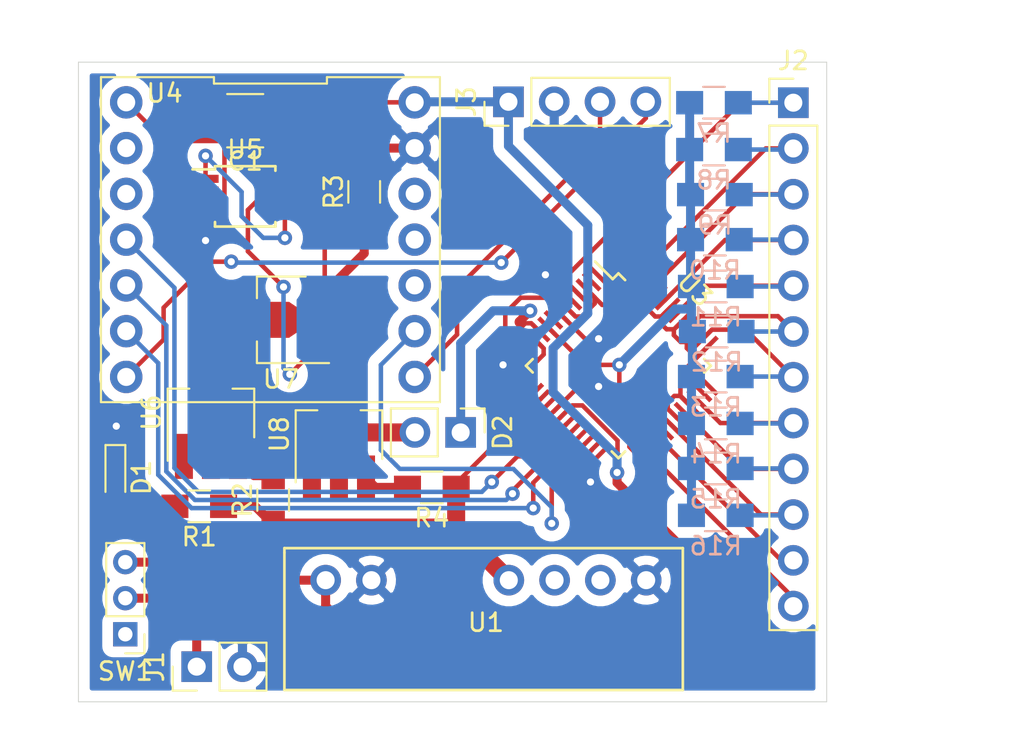
<source format=kicad_pcb>
(kicad_pcb (version 20171130) (host pcbnew "(5.1.10-1-10_14)")

  (general
    (thickness 1.6)
    (drawings 8)
    (tracks 327)
    (zones 0)
    (modules 28)
    (nets 50)
  )

  (page A4)
  (layers
    (0 F.Cu signal)
    (31 B.Cu signal)
    (32 B.Adhes user hide)
    (33 F.Adhes user hide)
    (34 B.Paste user)
    (35 F.Paste user)
    (36 B.SilkS user)
    (37 F.SilkS user)
    (38 B.Mask user)
    (39 F.Mask user)
    (40 Dwgs.User user hide)
    (41 Cmts.User user hide)
    (42 Eco1.User user hide)
    (43 Eco2.User user hide)
    (44 Edge.Cuts user)
    (45 Margin user hide)
    (46 B.CrtYd user hide)
    (47 F.CrtYd user hide)
    (48 B.Fab user hide)
    (49 F.Fab user hide)
  )

  (setup
    (last_trace_width 0.5)
    (user_trace_width 0.5)
    (user_trace_width 1)
    (trace_clearance 0.2)
    (zone_clearance 0.6)
    (zone_45_only no)
    (trace_min 0.2)
    (via_size 0.8)
    (via_drill 0.4)
    (via_min_size 0.4)
    (via_min_drill 0.3)
    (uvia_size 0.3)
    (uvia_drill 0.1)
    (uvias_allowed no)
    (uvia_min_size 0.2)
    (uvia_min_drill 0.1)
    (edge_width 0.05)
    (segment_width 0.2)
    (pcb_text_width 0.3)
    (pcb_text_size 1.5 1.5)
    (mod_edge_width 0.12)
    (mod_text_size 1 1)
    (mod_text_width 0.15)
    (pad_size 1.7 1.7)
    (pad_drill 1)
    (pad_to_mask_clearance 0)
    (aux_axis_origin 0 0)
    (visible_elements FFFFFF7F)
    (pcbplotparams
      (layerselection 0x010fc_ffffffff)
      (usegerberextensions true)
      (usegerberattributes false)
      (usegerberadvancedattributes false)
      (creategerberjobfile false)
      (excludeedgelayer true)
      (linewidth 0.100000)
      (plotframeref false)
      (viasonmask false)
      (mode 1)
      (useauxorigin false)
      (hpglpennumber 1)
      (hpglpenspeed 20)
      (hpglpendiameter 15.000000)
      (psnegative false)
      (psa4output false)
      (plotreference true)
      (plotvalue false)
      (plotinvisibletext false)
      (padsonsilk false)
      (subtractmaskfromsilk true)
      (outputformat 1)
      (mirror false)
      (drillshape 0)
      (scaleselection 1)
      (outputdirectory "gerbers/"))
  )

  (net 0 "")
  (net 1 /stimSig)
  (net 2 "Net-(U4-Pad2)")
  (net 3 "Net-(U4-Pad3)")
  (net 4 /DIN)
  (net 5 /CLK)
  (net 6 /LE)
  (net 7 /btRX)
  (net 8 /btTX)
  (net 9 /CLR)
  (net 10 "Net-(U4-Pad10)")
  (net 11 "Net-(U4-Pad11)")
  (net 12 "Net-(U4-Pad12)")
  (net 13 GND)
  (net 14 +5V)
  (net 15 "Net-(U5-Pad1)")
  (net 16 /sourceIn)
  (net 17 /gateIn)
  (net 18 "Net-(U6-Pad1)")
  (net 19 "Net-(R2-Pad2)")
  (net 20 "Net-(D2-Pad2)")
  (net 21 "Net-(R4-Pad2)")
  (net 22 "Net-(U3-Pad1)")
  (net 23 "Net-(U3-Pad2)")
  (net 24 /hbHigh-1)
  (net 25 /ch1)
  (net 26 /base)
  (net 27 /stimSource)
  (net 28 "Net-(U3-Pad14)")
  (net 29 VPP)
  (net 30 "Net-(U3-Pad16)")
  (net 31 "Net-(U3-Pad24)")
  (net 32 /ulnarBase)
  (net 33 /radialBase)
  (net 34 /ch10)
  (net 35 /ch9)
  (net 36 /ch8)
  (net 37 "Net-(U3-Pad35)")
  (net 38 "Net-(U3-Pad36)")
  (net 39 /ch7)
  (net 40 /ch6)
  (net 41 /ch5)
  (net 42 /ch4)
  (net 43 /ch3)
  (net 44 /ch2)
  (net 45 "Net-(D1-Pad2)")
  (net 46 "Net-(J1-Pad1)")
  (net 47 "Net-(SW1-Pad1)")
  (net 48 "Net-(U1-Pad7)")
  (net 49 "Net-(U1-Pad6)")

  (net_class Default "This is the default net class."
    (clearance 0.2)
    (trace_width 0.25)
    (via_dia 0.8)
    (via_drill 0.4)
    (uvia_dia 0.3)
    (uvia_drill 0.1)
    (add_net +5V)
    (add_net /CLK)
    (add_net /CLR)
    (add_net /DIN)
    (add_net /LE)
    (add_net /base)
    (add_net /btRX)
    (add_net /btTX)
    (add_net /ch1)
    (add_net /ch10)
    (add_net /ch2)
    (add_net /ch3)
    (add_net /ch4)
    (add_net /ch5)
    (add_net /ch6)
    (add_net /ch7)
    (add_net /ch8)
    (add_net /ch9)
    (add_net /gateIn)
    (add_net /hbHigh-1)
    (add_net /radialBase)
    (add_net /sourceIn)
    (add_net /stimSig)
    (add_net /stimSource)
    (add_net /ulnarBase)
    (add_net GND)
    (add_net "Net-(D1-Pad2)")
    (add_net "Net-(D2-Pad2)")
    (add_net "Net-(J1-Pad1)")
    (add_net "Net-(R2-Pad2)")
    (add_net "Net-(R4-Pad2)")
    (add_net "Net-(SW1-Pad1)")
    (add_net "Net-(U1-Pad6)")
    (add_net "Net-(U1-Pad7)")
    (add_net "Net-(U3-Pad1)")
    (add_net "Net-(U3-Pad14)")
    (add_net "Net-(U3-Pad16)")
    (add_net "Net-(U3-Pad2)")
    (add_net "Net-(U3-Pad24)")
    (add_net "Net-(U3-Pad35)")
    (add_net "Net-(U3-Pad36)")
    (add_net "Net-(U4-Pad10)")
    (add_net "Net-(U4-Pad11)")
    (add_net "Net-(U4-Pad12)")
    (add_net "Net-(U4-Pad2)")
    (add_net "Net-(U4-Pad3)")
    (add_net "Net-(U5-Pad1)")
    (add_net "Net-(U6-Pad1)")
    (add_net VPP)
  )

  (module Resistors_SMD:R_0805_HandSoldering (layer F.Cu) (tedit 58E0A804) (tstamp 620F7671)
    (at 59.7 53.65 180)
    (descr "Resistor SMD 0805, hand soldering")
    (tags "resistor 0805")
    (path /61AADB70)
    (attr smd)
    (fp_text reference R1 (at 0 -1.7) (layer F.SilkS)
      (effects (font (size 1 1) (thickness 0.15)))
    )
    (fp_text value 1M (at 0 1.75) (layer F.Fab)
      (effects (font (size 1 1) (thickness 0.15)))
    )
    (fp_line (start 2.35 0.9) (end -2.35 0.9) (layer F.CrtYd) (width 0.05))
    (fp_line (start 2.35 0.9) (end 2.35 -0.9) (layer F.CrtYd) (width 0.05))
    (fp_line (start -2.35 -0.9) (end -2.35 0.9) (layer F.CrtYd) (width 0.05))
    (fp_line (start -2.35 -0.9) (end 2.35 -0.9) (layer F.CrtYd) (width 0.05))
    (fp_line (start -0.6 -0.88) (end 0.6 -0.88) (layer F.SilkS) (width 0.12))
    (fp_line (start 0.6 0.88) (end -0.6 0.88) (layer F.SilkS) (width 0.12))
    (fp_line (start -1 -0.62) (end 1 -0.62) (layer F.Fab) (width 0.1))
    (fp_line (start 1 -0.62) (end 1 0.62) (layer F.Fab) (width 0.1))
    (fp_line (start 1 0.62) (end -1 0.62) (layer F.Fab) (width 0.1))
    (fp_line (start -1 0.62) (end -1 -0.62) (layer F.Fab) (width 0.1))
    (fp_text user %R (at 0 0) (layer F.Fab)
      (effects (font (size 0.5 0.5) (thickness 0.075)))
    )
    (pad 1 smd rect (at -1.35 0 180) (size 1.5 1.3) (layers F.Cu F.Paste F.Mask)
      (net 29 VPP))
    (pad 2 smd rect (at 1.35 0 180) (size 1.5 1.3) (layers F.Cu F.Paste F.Mask)
      (net 45 "Net-(D1-Pad2)"))
    (model ${KISYS3DMOD}/Resistors_SMD.3dshapes/R_0805.wrl
      (at (xyz 0 0 0))
      (scale (xyz 1 1 1))
      (rotate (xyz 0 0 0))
    )
  )

  (module Housings_SSOP:MSOP-8_3x3mm_Pitch0.65mm (layer F.Cu) (tedit 54130A77) (tstamp 621A6F4C)
    (at 62.25 36.45)
    (descr "8-Lead Plastic Micro Small Outline Package (MS) [MSOP] (see Microchip Packaging Specification 00000049BS.pdf)")
    (tags "SSOP 0.65")
    (path /619AC11D)
    (attr smd)
    (fp_text reference U5 (at 0 -2.6) (layer F.SilkS)
      (effects (font (size 1 1) (thickness 0.15)))
    )
    (fp_text value LMV358 (at 0 2.6) (layer F.Fab)
      (effects (font (size 1 1) (thickness 0.15)))
    )
    (fp_line (start -0.5 -1.5) (end 1.5 -1.5) (layer F.Fab) (width 0.15))
    (fp_line (start 1.5 -1.5) (end 1.5 1.5) (layer F.Fab) (width 0.15))
    (fp_line (start 1.5 1.5) (end -1.5 1.5) (layer F.Fab) (width 0.15))
    (fp_line (start -1.5 1.5) (end -1.5 -0.5) (layer F.Fab) (width 0.15))
    (fp_line (start -1.5 -0.5) (end -0.5 -1.5) (layer F.Fab) (width 0.15))
    (fp_line (start -3.2 -1.85) (end -3.2 1.85) (layer F.CrtYd) (width 0.05))
    (fp_line (start 3.2 -1.85) (end 3.2 1.85) (layer F.CrtYd) (width 0.05))
    (fp_line (start -3.2 -1.85) (end 3.2 -1.85) (layer F.CrtYd) (width 0.05))
    (fp_line (start -3.2 1.85) (end 3.2 1.85) (layer F.CrtYd) (width 0.05))
    (fp_line (start -1.675 -1.675) (end -1.675 -1.5) (layer F.SilkS) (width 0.15))
    (fp_line (start 1.675 -1.675) (end 1.675 -1.425) (layer F.SilkS) (width 0.15))
    (fp_line (start 1.675 1.675) (end 1.675 1.425) (layer F.SilkS) (width 0.15))
    (fp_line (start -1.675 1.675) (end -1.675 1.425) (layer F.SilkS) (width 0.15))
    (fp_line (start -1.675 -1.675) (end 1.675 -1.675) (layer F.SilkS) (width 0.15))
    (fp_line (start -1.675 1.675) (end 1.675 1.675) (layer F.SilkS) (width 0.15))
    (fp_line (start -1.675 -1.5) (end -2.925 -1.5) (layer F.SilkS) (width 0.15))
    (fp_text user %R (at 0 0) (layer F.Fab)
      (effects (font (size 0.6 0.6) (thickness 0.15)))
    )
    (pad 1 smd rect (at -2.2 -0.975) (size 1.45 0.45) (layers F.Cu F.Paste F.Mask)
      (net 15 "Net-(U5-Pad1)"))
    (pad 2 smd rect (at -2.2 -0.325) (size 1.45 0.45) (layers F.Cu F.Paste F.Mask)
      (net 15 "Net-(U5-Pad1)"))
    (pad 3 smd rect (at -2.2 0.325) (size 1.45 0.45) (layers F.Cu F.Paste F.Mask)
      (net 1 /stimSig))
    (pad 4 smd rect (at -2.2 0.975) (size 1.45 0.45) (layers F.Cu F.Paste F.Mask)
      (net 13 GND))
    (pad 5 smd rect (at 2.2 0.975) (size 1.45 0.45) (layers F.Cu F.Paste F.Mask)
      (net 15 "Net-(U5-Pad1)"))
    (pad 6 smd rect (at 2.2 0.325) (size 1.45 0.45) (layers F.Cu F.Paste F.Mask)
      (net 16 /sourceIn))
    (pad 7 smd rect (at 2.2 -0.325) (size 1.45 0.45) (layers F.Cu F.Paste F.Mask)
      (net 17 /gateIn))
    (pad 8 smd rect (at 2.2 -0.975) (size 1.45 0.45) (layers F.Cu F.Paste F.Mask)
      (net 14 +5V))
    (model ${KISYS3DMOD}/Housings_SSOP.3dshapes/MSOP-8_3x3mm_Pitch0.65mm.wrl
      (at (xyz 0 0 0))
      (scale (xyz 1 1 1))
      (rotate (xyz 0 0 0))
    )
  )

  (module Seeeduino-XIAO:seeeduinoXiao (layer F.Cu) (tedit 0) (tstamp 620CDEB1)
    (at 63.65 38.85 270)
    (path /6199EF5A)
    (fp_text reference U4 (at -8.125 5.875) (layer F.SilkS)
      (effects (font (size 1 1) (thickness 0.15)))
    )
    (fp_text value SeeeduinoXIAO (at 0 0 90) (layer F.Fab)
      (effects (font (size 1 1) (thickness 0.15)))
    )
    (fp_line (start -9.02 9.4) (end 9.02 9.4) (layer F.SilkS) (width 0.12))
    (fp_line (start 9.02 9.4) (end 9.02 -9.4) (layer F.SilkS) (width 0.12))
    (fp_line (start 9.02 -9.4) (end -9.02 -9.4) (layer F.SilkS) (width 0.12))
    (fp_line (start -9.02 -9.4) (end -9.02 -3.133333) (layer F.SilkS) (width 0.12))
    (fp_line (start -9.02 -3.133333) (end -8.66 -3.133333) (layer F.SilkS) (width 0.12))
    (fp_line (start -8.66 -3.133333) (end -8.66 3.133333) (layer F.SilkS) (width 0.12))
    (fp_line (start -8.66 3.133333) (end -9.02 3.133333) (layer F.SilkS) (width 0.12))
    (fp_line (start -9.02 3.133333) (end -9.02 9.4) (layer F.SilkS) (width 0.12))
    (fp_line (start -8.77 -9.15) (end 8.77 -9.15) (layer F.CrtYd) (width 0.05))
    (fp_line (start 8.77 -9.15) (end 8.77 9.15) (layer F.CrtYd) (width 0.05))
    (fp_line (start 8.77 9.15) (end -8.77 9.15) (layer F.CrtYd) (width 0.05))
    (fp_line (start -8.77 9.15) (end -8.77 -9.15) (layer F.CrtYd) (width 0.05))
    (pad 7 thru_hole circle (at 7.62 8 270) (size 1.8 1.8) (drill 1) (layers *.Cu *.Mask)
      (net 7 /btRX))
    (pad 8 thru_hole circle (at 7.62 -8 270) (size 1.8 1.8) (drill 1) (layers *.Cu *.Mask)
      (net 8 /btTX))
    (pad 6 thru_hole circle (at 5.08 8 270) (size 1.8 1.8) (drill 1) (layers *.Cu *.Mask)
      (net 6 /LE))
    (pad 9 thru_hole circle (at 5.08 -8 270) (size 1.8 1.8) (drill 1) (layers *.Cu *.Mask)
      (net 9 /CLR))
    (pad 5 thru_hole circle (at 2.54 8 270) (size 1.8 1.8) (drill 1) (layers *.Cu *.Mask)
      (net 5 /CLK))
    (pad 10 thru_hole circle (at 2.54 -8 270) (size 1.8 1.8) (drill 1) (layers *.Cu *.Mask)
      (net 10 "Net-(U4-Pad10)"))
    (pad 4 thru_hole circle (at 0 8 270) (size 1.8 1.8) (drill 1) (layers *.Cu *.Mask)
      (net 4 /DIN))
    (pad 11 thru_hole circle (at 0 -8 270) (size 1.8 1.8) (drill 1) (layers *.Cu *.Mask)
      (net 11 "Net-(U4-Pad11)"))
    (pad 3 thru_hole circle (at -2.54 8 270) (size 1.8 1.8) (drill 1) (layers *.Cu *.Mask)
      (net 3 "Net-(U4-Pad3)"))
    (pad 12 thru_hole circle (at -2.54 -8 270) (size 1.8 1.8) (drill 1) (layers *.Cu *.Mask)
      (net 12 "Net-(U4-Pad12)"))
    (pad 2 thru_hole circle (at -5.08 8 270) (size 1.8 1.8) (drill 1) (layers *.Cu *.Mask)
      (net 2 "Net-(U4-Pad2)"))
    (pad 13 thru_hole circle (at -5.08 -8 270) (size 1.8 1.8) (drill 1) (layers *.Cu *.Mask)
      (net 13 GND))
    (pad 1 thru_hole circle (at -7.62 8 270) (size 1.8 1.8) (drill 1) (layers *.Cu *.Mask)
      (net 1 /stimSig))
    (pad 14 thru_hole circle (at -7.62 -8 270) (size 1.8 1.8) (drill 1) (layers *.Cu *.Mask)
      (net 14 +5V))
  )

  (module Pin_Headers:Pin_Header_Straight_1x03_Pitch2.00mm (layer F.Cu) (tedit 59650533) (tstamp 62194BE3)
    (at 55.6 60.75 180)
    (descr "Through hole straight pin header, 1x03, 2.00mm pitch, single row")
    (tags "Through hole pin header THT 1x03 2.00mm single row")
    (path /62115AB9)
    (fp_text reference SW1 (at 0 -2.06) (layer F.SilkS)
      (effects (font (size 1 1) (thickness 0.15)))
    )
    (fp_text value SW_SPDT (at 0 6.06) (layer F.Fab)
      (effects (font (size 1 1) (thickness 0.15)))
    )
    (fp_line (start -0.5 -1) (end 1 -1) (layer F.Fab) (width 0.1))
    (fp_line (start 1 -1) (end 1 5) (layer F.Fab) (width 0.1))
    (fp_line (start 1 5) (end -1 5) (layer F.Fab) (width 0.1))
    (fp_line (start -1 5) (end -1 -0.5) (layer F.Fab) (width 0.1))
    (fp_line (start -1 -0.5) (end -0.5 -1) (layer F.Fab) (width 0.1))
    (fp_line (start -1.06 5.06) (end 1.06 5.06) (layer F.SilkS) (width 0.12))
    (fp_line (start -1.06 1) (end -1.06 5.06) (layer F.SilkS) (width 0.12))
    (fp_line (start 1.06 1) (end 1.06 5.06) (layer F.SilkS) (width 0.12))
    (fp_line (start -1.06 1) (end 1.06 1) (layer F.SilkS) (width 0.12))
    (fp_line (start -1.06 0) (end -1.06 -1.06) (layer F.SilkS) (width 0.12))
    (fp_line (start -1.06 -1.06) (end 0 -1.06) (layer F.SilkS) (width 0.12))
    (fp_line (start -1.5 -1.5) (end -1.5 5.5) (layer F.CrtYd) (width 0.05))
    (fp_line (start -1.5 5.5) (end 1.5 5.5) (layer F.CrtYd) (width 0.05))
    (fp_line (start 1.5 5.5) (end 1.5 -1.5) (layer F.CrtYd) (width 0.05))
    (fp_line (start 1.5 -1.5) (end -1.5 -1.5) (layer F.CrtYd) (width 0.05))
    (fp_text user %R (at 0 2 90) (layer F.Fab)
      (effects (font (size 1 1) (thickness 0.15)))
    )
    (pad 1 thru_hole rect (at 0 0 180) (size 1.35 1.35) (drill 0.8) (layers *.Cu *.Mask)
      (net 47 "Net-(SW1-Pad1)"))
    (pad 2 thru_hole oval (at 0 2 180) (size 1.35 1.35) (drill 0.8) (layers *.Cu *.Mask)
      (net 46 "Net-(J1-Pad1)"))
    (pad 3 thru_hole oval (at 0 4 180) (size 1.35 1.35) (drill 0.8) (layers *.Cu *.Mask)
      (net 14 +5V))
    (model ${KISYS3DMOD}/Pin_Headers.3dshapes/Pin_Header_Straight_1x03_Pitch2.00mm.wrl
      (at (xyz 0 0 0))
      (scale (xyz 1 1 1))
      (rotate (xyz 0 0 0))
    )
  )

  (module Resistors_SMD:R_0805_HandSoldering (layer B.Cu) (tedit 58E0A804) (tstamp 62194BE0)
    (at 88.35 54.15)
    (descr "Resistor SMD 0805, hand soldering")
    (tags "resistor 0805")
    (path /620F92FA)
    (attr smd)
    (fp_text reference R16 (at 0 1.7 180) (layer B.SilkS)
      (effects (font (size 1 1) (thickness 0.15)) (justify mirror))
    )
    (fp_text value R (at 0 -1.75 180) (layer B.Fab)
      (effects (font (size 1 1) (thickness 0.15)) (justify mirror))
    )
    (fp_line (start -1 -0.62) (end -1 0.62) (layer B.Fab) (width 0.1))
    (fp_line (start 1 -0.62) (end -1 -0.62) (layer B.Fab) (width 0.1))
    (fp_line (start 1 0.62) (end 1 -0.62) (layer B.Fab) (width 0.1))
    (fp_line (start -1 0.62) (end 1 0.62) (layer B.Fab) (width 0.1))
    (fp_line (start 0.6 -0.88) (end -0.6 -0.88) (layer B.SilkS) (width 0.12))
    (fp_line (start -0.6 0.88) (end 0.6 0.88) (layer B.SilkS) (width 0.12))
    (fp_line (start -2.35 0.9) (end 2.35 0.9) (layer B.CrtYd) (width 0.05))
    (fp_line (start -2.35 0.9) (end -2.35 -0.9) (layer B.CrtYd) (width 0.05))
    (fp_line (start 2.35 -0.9) (end 2.35 0.9) (layer B.CrtYd) (width 0.05))
    (fp_line (start 2.35 -0.9) (end -2.35 -0.9) (layer B.CrtYd) (width 0.05))
    (fp_text user %R (at 0 0 180) (layer B.Fab)
      (effects (font (size 0.5 0.5) (thickness 0.075)) (justify mirror))
    )
    (pad 1 smd rect (at -1.35 0) (size 1.5 1.3) (layers B.Cu B.Paste B.Mask)
      (net 26 /base))
    (pad 2 smd rect (at 1.35 0) (size 1.5 1.3) (layers B.Cu B.Paste B.Mask)
      (net 34 /ch10))
    (model ${KISYS3DMOD}/Resistors_SMD.3dshapes/R_0805.wrl
      (at (xyz 0 0 0))
      (scale (xyz 1 1 1))
      (rotate (xyz 0 0 0))
    )
  )

  (module Resistors_SMD:R_0805_HandSoldering (layer B.Cu) (tedit 58E0A804) (tstamp 62194BDD)
    (at 88.35 51.55)
    (descr "Resistor SMD 0805, hand soldering")
    (tags "resistor 0805")
    (path /620F92F4)
    (attr smd)
    (fp_text reference R15 (at 0 1.7 180) (layer B.SilkS)
      (effects (font (size 1 1) (thickness 0.15)) (justify mirror))
    )
    (fp_text value R (at 0 -1.75 180) (layer B.Fab)
      (effects (font (size 1 1) (thickness 0.15)) (justify mirror))
    )
    (fp_line (start -1 -0.62) (end -1 0.62) (layer B.Fab) (width 0.1))
    (fp_line (start 1 -0.62) (end -1 -0.62) (layer B.Fab) (width 0.1))
    (fp_line (start 1 0.62) (end 1 -0.62) (layer B.Fab) (width 0.1))
    (fp_line (start -1 0.62) (end 1 0.62) (layer B.Fab) (width 0.1))
    (fp_line (start 0.6 -0.88) (end -0.6 -0.88) (layer B.SilkS) (width 0.12))
    (fp_line (start -0.6 0.88) (end 0.6 0.88) (layer B.SilkS) (width 0.12))
    (fp_line (start -2.35 0.9) (end 2.35 0.9) (layer B.CrtYd) (width 0.05))
    (fp_line (start -2.35 0.9) (end -2.35 -0.9) (layer B.CrtYd) (width 0.05))
    (fp_line (start 2.35 -0.9) (end 2.35 0.9) (layer B.CrtYd) (width 0.05))
    (fp_line (start 2.35 -0.9) (end -2.35 -0.9) (layer B.CrtYd) (width 0.05))
    (fp_text user %R (at 0 0 180) (layer B.Fab)
      (effects (font (size 0.5 0.5) (thickness 0.075)) (justify mirror))
    )
    (pad 1 smd rect (at -1.35 0) (size 1.5 1.3) (layers B.Cu B.Paste B.Mask)
      (net 26 /base))
    (pad 2 smd rect (at 1.35 0) (size 1.5 1.3) (layers B.Cu B.Paste B.Mask)
      (net 35 /ch9))
    (model ${KISYS3DMOD}/Resistors_SMD.3dshapes/R_0805.wrl
      (at (xyz 0 0 0))
      (scale (xyz 1 1 1))
      (rotate (xyz 0 0 0))
    )
  )

  (module Resistors_SMD:R_0805_HandSoldering (layer B.Cu) (tedit 58E0A804) (tstamp 62194BDA)
    (at 88.35 49.05)
    (descr "Resistor SMD 0805, hand soldering")
    (tags "resistor 0805")
    (path /620F7D48)
    (attr smd)
    (fp_text reference R14 (at 0 1.7 180) (layer B.SilkS)
      (effects (font (size 1 1) (thickness 0.15)) (justify mirror))
    )
    (fp_text value R (at 0 -1.75 180) (layer B.Fab)
      (effects (font (size 1 1) (thickness 0.15)) (justify mirror))
    )
    (fp_line (start -1 -0.62) (end -1 0.62) (layer B.Fab) (width 0.1))
    (fp_line (start 1 -0.62) (end -1 -0.62) (layer B.Fab) (width 0.1))
    (fp_line (start 1 0.62) (end 1 -0.62) (layer B.Fab) (width 0.1))
    (fp_line (start -1 0.62) (end 1 0.62) (layer B.Fab) (width 0.1))
    (fp_line (start 0.6 -0.88) (end -0.6 -0.88) (layer B.SilkS) (width 0.12))
    (fp_line (start -0.6 0.88) (end 0.6 0.88) (layer B.SilkS) (width 0.12))
    (fp_line (start -2.35 0.9) (end 2.35 0.9) (layer B.CrtYd) (width 0.05))
    (fp_line (start -2.35 0.9) (end -2.35 -0.9) (layer B.CrtYd) (width 0.05))
    (fp_line (start 2.35 -0.9) (end 2.35 0.9) (layer B.CrtYd) (width 0.05))
    (fp_line (start 2.35 -0.9) (end -2.35 -0.9) (layer B.CrtYd) (width 0.05))
    (fp_text user %R (at 0 0 180) (layer B.Fab)
      (effects (font (size 0.5 0.5) (thickness 0.075)) (justify mirror))
    )
    (pad 1 smd rect (at -1.35 0) (size 1.5 1.3) (layers B.Cu B.Paste B.Mask)
      (net 26 /base))
    (pad 2 smd rect (at 1.35 0) (size 1.5 1.3) (layers B.Cu B.Paste B.Mask)
      (net 36 /ch8))
    (model ${KISYS3DMOD}/Resistors_SMD.3dshapes/R_0805.wrl
      (at (xyz 0 0 0))
      (scale (xyz 1 1 1))
      (rotate (xyz 0 0 0))
    )
  )

  (module Resistors_SMD:R_0805_HandSoldering (layer B.Cu) (tedit 58E0A804) (tstamp 62194BD7)
    (at 88.35 46.45)
    (descr "Resistor SMD 0805, hand soldering")
    (tags "resistor 0805")
    (path /620F7D42)
    (attr smd)
    (fp_text reference R13 (at 0 1.7 180) (layer B.SilkS)
      (effects (font (size 1 1) (thickness 0.15)) (justify mirror))
    )
    (fp_text value R (at 0 -1.75 180) (layer B.Fab)
      (effects (font (size 1 1) (thickness 0.15)) (justify mirror))
    )
    (fp_line (start -1 -0.62) (end -1 0.62) (layer B.Fab) (width 0.1))
    (fp_line (start 1 -0.62) (end -1 -0.62) (layer B.Fab) (width 0.1))
    (fp_line (start 1 0.62) (end 1 -0.62) (layer B.Fab) (width 0.1))
    (fp_line (start -1 0.62) (end 1 0.62) (layer B.Fab) (width 0.1))
    (fp_line (start 0.6 -0.88) (end -0.6 -0.88) (layer B.SilkS) (width 0.12))
    (fp_line (start -0.6 0.88) (end 0.6 0.88) (layer B.SilkS) (width 0.12))
    (fp_line (start -2.35 0.9) (end 2.35 0.9) (layer B.CrtYd) (width 0.05))
    (fp_line (start -2.35 0.9) (end -2.35 -0.9) (layer B.CrtYd) (width 0.05))
    (fp_line (start 2.35 -0.9) (end 2.35 0.9) (layer B.CrtYd) (width 0.05))
    (fp_line (start 2.35 -0.9) (end -2.35 -0.9) (layer B.CrtYd) (width 0.05))
    (fp_text user %R (at 0 0 180) (layer B.Fab)
      (effects (font (size 0.5 0.5) (thickness 0.075)) (justify mirror))
    )
    (pad 1 smd rect (at -1.35 0) (size 1.5 1.3) (layers B.Cu B.Paste B.Mask)
      (net 26 /base))
    (pad 2 smd rect (at 1.35 0) (size 1.5 1.3) (layers B.Cu B.Paste B.Mask)
      (net 39 /ch7))
    (model ${KISYS3DMOD}/Resistors_SMD.3dshapes/R_0805.wrl
      (at (xyz 0 0 0))
      (scale (xyz 1 1 1))
      (rotate (xyz 0 0 0))
    )
  )

  (module Resistors_SMD:R_0805_HandSoldering (layer B.Cu) (tedit 58E0A804) (tstamp 62194BD4)
    (at 88.4 43.95)
    (descr "Resistor SMD 0805, hand soldering")
    (tags "resistor 0805")
    (path /620F7D3C)
    (attr smd)
    (fp_text reference R12 (at 0 1.7 180) (layer B.SilkS)
      (effects (font (size 1 1) (thickness 0.15)) (justify mirror))
    )
    (fp_text value R (at 0 -1.75 180) (layer B.Fab)
      (effects (font (size 1 1) (thickness 0.15)) (justify mirror))
    )
    (fp_line (start -1 -0.62) (end -1 0.62) (layer B.Fab) (width 0.1))
    (fp_line (start 1 -0.62) (end -1 -0.62) (layer B.Fab) (width 0.1))
    (fp_line (start 1 0.62) (end 1 -0.62) (layer B.Fab) (width 0.1))
    (fp_line (start -1 0.62) (end 1 0.62) (layer B.Fab) (width 0.1))
    (fp_line (start 0.6 -0.88) (end -0.6 -0.88) (layer B.SilkS) (width 0.12))
    (fp_line (start -0.6 0.88) (end 0.6 0.88) (layer B.SilkS) (width 0.12))
    (fp_line (start -2.35 0.9) (end 2.35 0.9) (layer B.CrtYd) (width 0.05))
    (fp_line (start -2.35 0.9) (end -2.35 -0.9) (layer B.CrtYd) (width 0.05))
    (fp_line (start 2.35 -0.9) (end 2.35 0.9) (layer B.CrtYd) (width 0.05))
    (fp_line (start 2.35 -0.9) (end -2.35 -0.9) (layer B.CrtYd) (width 0.05))
    (fp_text user %R (at 0 0 180) (layer B.Fab)
      (effects (font (size 0.5 0.5) (thickness 0.075)) (justify mirror))
    )
    (pad 1 smd rect (at -1.35 0) (size 1.5 1.3) (layers B.Cu B.Paste B.Mask)
      (net 26 /base))
    (pad 2 smd rect (at 1.35 0) (size 1.5 1.3) (layers B.Cu B.Paste B.Mask)
      (net 40 /ch6))
    (model ${KISYS3DMOD}/Resistors_SMD.3dshapes/R_0805.wrl
      (at (xyz 0 0 0))
      (scale (xyz 1 1 1))
      (rotate (xyz 0 0 0))
    )
  )

  (module Resistors_SMD:R_0805_HandSoldering (layer B.Cu) (tedit 58E0A804) (tstamp 62194BD1)
    (at 88.35 41.45)
    (descr "Resistor SMD 0805, hand soldering")
    (tags "resistor 0805")
    (path /620F7D36)
    (attr smd)
    (fp_text reference R11 (at 0 1.7) (layer B.SilkS)
      (effects (font (size 1 1) (thickness 0.15)) (justify mirror))
    )
    (fp_text value R (at 0 -1.75) (layer B.Fab)
      (effects (font (size 1 1) (thickness 0.15)) (justify mirror))
    )
    (fp_line (start -1 -0.62) (end -1 0.62) (layer B.Fab) (width 0.1))
    (fp_line (start 1 -0.62) (end -1 -0.62) (layer B.Fab) (width 0.1))
    (fp_line (start 1 0.62) (end 1 -0.62) (layer B.Fab) (width 0.1))
    (fp_line (start -1 0.62) (end 1 0.62) (layer B.Fab) (width 0.1))
    (fp_line (start 0.6 -0.88) (end -0.6 -0.88) (layer B.SilkS) (width 0.12))
    (fp_line (start -0.6 0.88) (end 0.6 0.88) (layer B.SilkS) (width 0.12))
    (fp_line (start -2.35 0.9) (end 2.35 0.9) (layer B.CrtYd) (width 0.05))
    (fp_line (start -2.35 0.9) (end -2.35 -0.9) (layer B.CrtYd) (width 0.05))
    (fp_line (start 2.35 -0.9) (end 2.35 0.9) (layer B.CrtYd) (width 0.05))
    (fp_line (start 2.35 -0.9) (end -2.35 -0.9) (layer B.CrtYd) (width 0.05))
    (fp_text user %R (at 0 0) (layer B.Fab)
      (effects (font (size 0.5 0.5) (thickness 0.075)) (justify mirror))
    )
    (pad 1 smd rect (at -1.35 0) (size 1.5 1.3) (layers B.Cu B.Paste B.Mask)
      (net 26 /base))
    (pad 2 smd rect (at 1.35 0) (size 1.5 1.3) (layers B.Cu B.Paste B.Mask)
      (net 41 /ch5))
    (model ${KISYS3DMOD}/Resistors_SMD.3dshapes/R_0805.wrl
      (at (xyz 0 0 0))
      (scale (xyz 1 1 1))
      (rotate (xyz 0 0 0))
    )
  )

  (module Resistors_SMD:R_0805_HandSoldering (layer B.Cu) (tedit 58E0A804) (tstamp 62194BCE)
    (at 88.3 38.85)
    (descr "Resistor SMD 0805, hand soldering")
    (tags "resistor 0805")
    (path /620F6A12)
    (attr smd)
    (fp_text reference R10 (at 0 1.7 180) (layer B.SilkS)
      (effects (font (size 1 1) (thickness 0.15)) (justify mirror))
    )
    (fp_text value R (at 0 -1.75 180) (layer B.Fab)
      (effects (font (size 1 1) (thickness 0.15)) (justify mirror))
    )
    (fp_line (start -1 -0.62) (end -1 0.62) (layer B.Fab) (width 0.1))
    (fp_line (start 1 -0.62) (end -1 -0.62) (layer B.Fab) (width 0.1))
    (fp_line (start 1 0.62) (end 1 -0.62) (layer B.Fab) (width 0.1))
    (fp_line (start -1 0.62) (end 1 0.62) (layer B.Fab) (width 0.1))
    (fp_line (start 0.6 -0.88) (end -0.6 -0.88) (layer B.SilkS) (width 0.12))
    (fp_line (start -0.6 0.88) (end 0.6 0.88) (layer B.SilkS) (width 0.12))
    (fp_line (start -2.35 0.9) (end 2.35 0.9) (layer B.CrtYd) (width 0.05))
    (fp_line (start -2.35 0.9) (end -2.35 -0.9) (layer B.CrtYd) (width 0.05))
    (fp_line (start 2.35 -0.9) (end 2.35 0.9) (layer B.CrtYd) (width 0.05))
    (fp_line (start 2.35 -0.9) (end -2.35 -0.9) (layer B.CrtYd) (width 0.05))
    (fp_text user %R (at 0 0 180) (layer B.Fab)
      (effects (font (size 0.5 0.5) (thickness 0.075)) (justify mirror))
    )
    (pad 1 smd rect (at -1.35 0) (size 1.5 1.3) (layers B.Cu B.Paste B.Mask)
      (net 26 /base))
    (pad 2 smd rect (at 1.35 0) (size 1.5 1.3) (layers B.Cu B.Paste B.Mask)
      (net 42 /ch4))
    (model ${KISYS3DMOD}/Resistors_SMD.3dshapes/R_0805.wrl
      (at (xyz 0 0 0))
      (scale (xyz 1 1 1))
      (rotate (xyz 0 0 0))
    )
  )

  (module Resistors_SMD:R_0805_HandSoldering (layer B.Cu) (tedit 58E0A804) (tstamp 62194BCB)
    (at 88.3 36.35)
    (descr "Resistor SMD 0805, hand soldering")
    (tags "resistor 0805")
    (path /620F6A0C)
    (attr smd)
    (fp_text reference R9 (at 0 1.7) (layer B.SilkS)
      (effects (font (size 1 1) (thickness 0.15)) (justify mirror))
    )
    (fp_text value R (at 0 -1.75) (layer B.Fab)
      (effects (font (size 1 1) (thickness 0.15)) (justify mirror))
    )
    (fp_line (start -1 -0.62) (end -1 0.62) (layer B.Fab) (width 0.1))
    (fp_line (start 1 -0.62) (end -1 -0.62) (layer B.Fab) (width 0.1))
    (fp_line (start 1 0.62) (end 1 -0.62) (layer B.Fab) (width 0.1))
    (fp_line (start -1 0.62) (end 1 0.62) (layer B.Fab) (width 0.1))
    (fp_line (start 0.6 -0.88) (end -0.6 -0.88) (layer B.SilkS) (width 0.12))
    (fp_line (start -0.6 0.88) (end 0.6 0.88) (layer B.SilkS) (width 0.12))
    (fp_line (start -2.35 0.9) (end 2.35 0.9) (layer B.CrtYd) (width 0.05))
    (fp_line (start -2.35 0.9) (end -2.35 -0.9) (layer B.CrtYd) (width 0.05))
    (fp_line (start 2.35 -0.9) (end 2.35 0.9) (layer B.CrtYd) (width 0.05))
    (fp_line (start 2.35 -0.9) (end -2.35 -0.9) (layer B.CrtYd) (width 0.05))
    (fp_text user %R (at 0 0) (layer B.Fab)
      (effects (font (size 0.5 0.5) (thickness 0.075)) (justify mirror))
    )
    (pad 1 smd rect (at -1.35 0) (size 1.5 1.3) (layers B.Cu B.Paste B.Mask)
      (net 26 /base))
    (pad 2 smd rect (at 1.35 0) (size 1.5 1.3) (layers B.Cu B.Paste B.Mask)
      (net 43 /ch3))
    (model ${KISYS3DMOD}/Resistors_SMD.3dshapes/R_0805.wrl
      (at (xyz 0 0 0))
      (scale (xyz 1 1 1))
      (rotate (xyz 0 0 0))
    )
  )

  (module Resistors_SMD:R_0805_HandSoldering (layer B.Cu) (tedit 58E0A804) (tstamp 62194BC8)
    (at 88.25 33.85)
    (descr "Resistor SMD 0805, hand soldering")
    (tags "resistor 0805")
    (path /620F596C)
    (attr smd)
    (fp_text reference R8 (at 0 1.7 180) (layer B.SilkS)
      (effects (font (size 1 1) (thickness 0.15)) (justify mirror))
    )
    (fp_text value R (at 0 -1.75 180) (layer B.Fab)
      (effects (font (size 1 1) (thickness 0.15)) (justify mirror))
    )
    (fp_line (start -1 -0.62) (end -1 0.62) (layer B.Fab) (width 0.1))
    (fp_line (start 1 -0.62) (end -1 -0.62) (layer B.Fab) (width 0.1))
    (fp_line (start 1 0.62) (end 1 -0.62) (layer B.Fab) (width 0.1))
    (fp_line (start -1 0.62) (end 1 0.62) (layer B.Fab) (width 0.1))
    (fp_line (start 0.6 -0.88) (end -0.6 -0.88) (layer B.SilkS) (width 0.12))
    (fp_line (start -0.6 0.88) (end 0.6 0.88) (layer B.SilkS) (width 0.12))
    (fp_line (start -2.35 0.9) (end 2.35 0.9) (layer B.CrtYd) (width 0.05))
    (fp_line (start -2.35 0.9) (end -2.35 -0.9) (layer B.CrtYd) (width 0.05))
    (fp_line (start 2.35 -0.9) (end 2.35 0.9) (layer B.CrtYd) (width 0.05))
    (fp_line (start 2.35 -0.9) (end -2.35 -0.9) (layer B.CrtYd) (width 0.05))
    (fp_text user %R (at 0 0 180) (layer B.Fab)
      (effects (font (size 0.5 0.5) (thickness 0.075)) (justify mirror))
    )
    (pad 1 smd rect (at -1.35 0) (size 1.5 1.3) (layers B.Cu B.Paste B.Mask)
      (net 26 /base))
    (pad 2 smd rect (at 1.35 0) (size 1.5 1.3) (layers B.Cu B.Paste B.Mask)
      (net 44 /ch2))
    (model ${KISYS3DMOD}/Resistors_SMD.3dshapes/R_0805.wrl
      (at (xyz 0 0 0))
      (scale (xyz 1 1 1))
      (rotate (xyz 0 0 0))
    )
  )

  (module Resistors_SMD:R_0805_HandSoldering (layer B.Cu) (tedit 58E0A804) (tstamp 62194BC5)
    (at 88.25 31.25)
    (descr "Resistor SMD 0805, hand soldering")
    (tags "resistor 0805")
    (path /620F41F1)
    (attr smd)
    (fp_text reference R7 (at 0 1.7 180) (layer B.SilkS)
      (effects (font (size 1 1) (thickness 0.15)) (justify mirror))
    )
    (fp_text value R (at 0 -1.75 180) (layer B.Fab)
      (effects (font (size 1 1) (thickness 0.15)) (justify mirror))
    )
    (fp_line (start -1 -0.62) (end -1 0.62) (layer B.Fab) (width 0.1))
    (fp_line (start 1 -0.62) (end -1 -0.62) (layer B.Fab) (width 0.1))
    (fp_line (start 1 0.62) (end 1 -0.62) (layer B.Fab) (width 0.1))
    (fp_line (start -1 0.62) (end 1 0.62) (layer B.Fab) (width 0.1))
    (fp_line (start 0.6 -0.88) (end -0.6 -0.88) (layer B.SilkS) (width 0.12))
    (fp_line (start -0.6 0.88) (end 0.6 0.88) (layer B.SilkS) (width 0.12))
    (fp_line (start -2.35 0.9) (end 2.35 0.9) (layer B.CrtYd) (width 0.05))
    (fp_line (start -2.35 0.9) (end -2.35 -0.9) (layer B.CrtYd) (width 0.05))
    (fp_line (start 2.35 -0.9) (end 2.35 0.9) (layer B.CrtYd) (width 0.05))
    (fp_line (start 2.35 -0.9) (end -2.35 -0.9) (layer B.CrtYd) (width 0.05))
    (fp_text user %R (at 0 0 180) (layer B.Fab)
      (effects (font (size 0.5 0.5) (thickness 0.075)) (justify mirror))
    )
    (pad 1 smd rect (at -1.35 0) (size 1.5 1.3) (layers B.Cu B.Paste B.Mask)
      (net 26 /base))
    (pad 2 smd rect (at 1.35 0) (size 1.5 1.3) (layers B.Cu B.Paste B.Mask)
      (net 25 /ch1))
    (model ${KISYS3DMOD}/Resistors_SMD.3dshapes/R_0805.wrl
      (at (xyz 0 0 0))
      (scale (xyz 1 1 1))
      (rotate (xyz 0 0 0))
    )
  )

  (module Resistors_SMD:R_0805_HandSoldering (layer F.Cu) (tedit 58E0A804) (tstamp 62194BBC)
    (at 72.6 52.6 180)
    (descr "Resistor SMD 0805, hand soldering")
    (tags "resistor 0805")
    (path /619C63AC)
    (attr smd)
    (fp_text reference R4 (at 0 -1.7) (layer F.SilkS)
      (effects (font (size 1 1) (thickness 0.15)))
    )
    (fp_text value "1.5k (blue)" (at 0 1.75) (layer F.Fab)
      (effects (font (size 1 1) (thickness 0.15)))
    )
    (fp_line (start -1 0.62) (end -1 -0.62) (layer F.Fab) (width 0.1))
    (fp_line (start 1 0.62) (end -1 0.62) (layer F.Fab) (width 0.1))
    (fp_line (start 1 -0.62) (end 1 0.62) (layer F.Fab) (width 0.1))
    (fp_line (start -1 -0.62) (end 1 -0.62) (layer F.Fab) (width 0.1))
    (fp_line (start 0.6 0.88) (end -0.6 0.88) (layer F.SilkS) (width 0.12))
    (fp_line (start -0.6 -0.88) (end 0.6 -0.88) (layer F.SilkS) (width 0.12))
    (fp_line (start -2.35 -0.9) (end 2.35 -0.9) (layer F.CrtYd) (width 0.05))
    (fp_line (start -2.35 -0.9) (end -2.35 0.9) (layer F.CrtYd) (width 0.05))
    (fp_line (start 2.35 0.9) (end 2.35 -0.9) (layer F.CrtYd) (width 0.05))
    (fp_line (start 2.35 0.9) (end -2.35 0.9) (layer F.CrtYd) (width 0.05))
    (fp_text user %R (at 0 0) (layer F.Fab)
      (effects (font (size 0.5 0.5) (thickness 0.075)))
    )
    (pad 1 smd rect (at -1.35 0 180) (size 1.5 1.3) (layers F.Cu F.Paste F.Mask)
      (net 29 VPP))
    (pad 2 smd rect (at 1.35 0 180) (size 1.5 1.3) (layers F.Cu F.Paste F.Mask)
      (net 21 "Net-(R4-Pad2)"))
    (model ${KISYS3DMOD}/Resistors_SMD.3dshapes/R_0805.wrl
      (at (xyz 0 0 0))
      (scale (xyz 1 1 1))
      (rotate (xyz 0 0 0))
    )
  )

  (module Resistors_SMD:R_0805_HandSoldering (layer F.Cu) (tedit 58E0A804) (tstamp 62194BB9)
    (at 68.85 36.2 90)
    (descr "Resistor SMD 0805, hand soldering")
    (tags "resistor 0805")
    (path /619D11C0)
    (attr smd)
    (fp_text reference R3 (at 0 -1.7 90) (layer F.SilkS)
      (effects (font (size 1 1) (thickness 0.15)))
    )
    (fp_text value 270-1k (at 0 1.75 90) (layer F.Fab)
      (effects (font (size 1 1) (thickness 0.15)))
    )
    (fp_line (start -1 0.62) (end -1 -0.62) (layer F.Fab) (width 0.1))
    (fp_line (start 1 0.62) (end -1 0.62) (layer F.Fab) (width 0.1))
    (fp_line (start 1 -0.62) (end 1 0.62) (layer F.Fab) (width 0.1))
    (fp_line (start -1 -0.62) (end 1 -0.62) (layer F.Fab) (width 0.1))
    (fp_line (start 0.6 0.88) (end -0.6 0.88) (layer F.SilkS) (width 0.12))
    (fp_line (start -0.6 -0.88) (end 0.6 -0.88) (layer F.SilkS) (width 0.12))
    (fp_line (start -2.35 -0.9) (end 2.35 -0.9) (layer F.CrtYd) (width 0.05))
    (fp_line (start -2.35 -0.9) (end -2.35 0.9) (layer F.CrtYd) (width 0.05))
    (fp_line (start 2.35 0.9) (end 2.35 -0.9) (layer F.CrtYd) (width 0.05))
    (fp_line (start 2.35 0.9) (end -2.35 0.9) (layer F.CrtYd) (width 0.05))
    (fp_text user %R (at 0 0 90) (layer F.Fab)
      (effects (font (size 0.5 0.5) (thickness 0.075)))
    )
    (pad 1 smd rect (at -1.35 0 90) (size 1.5 1.3) (layers F.Cu F.Paste F.Mask)
      (net 16 /sourceIn))
    (pad 2 smd rect (at 1.35 0 90) (size 1.5 1.3) (layers F.Cu F.Paste F.Mask)
      (net 13 GND))
    (model ${KISYS3DMOD}/Resistors_SMD.3dshapes/R_0805.wrl
      (at (xyz 0 0 0))
      (scale (xyz 1 1 1))
      (rotate (xyz 0 0 0))
    )
  )

  (module Resistors_SMD:R_0805_HandSoldering (layer F.Cu) (tedit 58E0A804) (tstamp 622D9F9B)
    (at 63.8 53.3 90)
    (descr "Resistor SMD 0805, hand soldering")
    (tags "resistor 0805")
    (path /619C588B)
    (attr smd)
    (fp_text reference R2 (at 0 -1.7 90) (layer F.SilkS)
      (effects (font (size 1 1) (thickness 0.15)))
    )
    (fp_text value "1.5k (blue)" (at 0 1.75 90) (layer F.Fab)
      (effects (font (size 1 1) (thickness 0.15)))
    )
    (fp_line (start -1 0.62) (end -1 -0.62) (layer F.Fab) (width 0.1))
    (fp_line (start 1 0.62) (end -1 0.62) (layer F.Fab) (width 0.1))
    (fp_line (start 1 -0.62) (end 1 0.62) (layer F.Fab) (width 0.1))
    (fp_line (start -1 -0.62) (end 1 -0.62) (layer F.Fab) (width 0.1))
    (fp_line (start 0.6 0.88) (end -0.6 0.88) (layer F.SilkS) (width 0.12))
    (fp_line (start -0.6 -0.88) (end 0.6 -0.88) (layer F.SilkS) (width 0.12))
    (fp_line (start -2.35 -0.9) (end 2.35 -0.9) (layer F.CrtYd) (width 0.05))
    (fp_line (start -2.35 -0.9) (end -2.35 0.9) (layer F.CrtYd) (width 0.05))
    (fp_line (start 2.35 0.9) (end 2.35 -0.9) (layer F.CrtYd) (width 0.05))
    (fp_line (start 2.35 0.9) (end -2.35 0.9) (layer F.CrtYd) (width 0.05))
    (fp_text user %R (at 0 0 90) (layer F.Fab)
      (effects (font (size 0.5 0.5) (thickness 0.075)))
    )
    (pad 1 smd rect (at -1.35 0 90) (size 1.5 1.3) (layers F.Cu F.Paste F.Mask)
      (net 29 VPP))
    (pad 2 smd rect (at 1.35 0 90) (size 1.5 1.3) (layers F.Cu F.Paste F.Mask)
      (net 19 "Net-(R2-Pad2)"))
    (model ${KISYS3DMOD}/Resistors_SMD.3dshapes/R_0805.wrl
      (at (xyz 0 0 0))
      (scale (xyz 1 1 1))
      (rotate (xyz 0 0 0))
    )
  )

  (module Pin_Headers:Pin_Header_Straight_1x04_Pitch2.54mm (layer F.Cu) (tedit 59650532) (tstamp 62194B7A)
    (at 76.85 31.2 90)
    (descr "Through hole straight pin header, 1x04, 2.54mm pitch, single row")
    (tags "Through hole pin header THT 1x04 2.54mm single row")
    (path /621141F8)
    (fp_text reference J3 (at 0 -2.33 90) (layer F.SilkS)
      (effects (font (size 1 1) (thickness 0.15)))
    )
    (fp_text value Conn_01x04_Female (at 0 9.95 90) (layer F.Fab)
      (effects (font (size 1 1) (thickness 0.15)))
    )
    (fp_line (start -0.635 -1.27) (end 1.27 -1.27) (layer F.Fab) (width 0.1))
    (fp_line (start 1.27 -1.27) (end 1.27 8.89) (layer F.Fab) (width 0.1))
    (fp_line (start 1.27 8.89) (end -1.27 8.89) (layer F.Fab) (width 0.1))
    (fp_line (start -1.27 8.89) (end -1.27 -0.635) (layer F.Fab) (width 0.1))
    (fp_line (start -1.27 -0.635) (end -0.635 -1.27) (layer F.Fab) (width 0.1))
    (fp_line (start -1.33 8.95) (end 1.33 8.95) (layer F.SilkS) (width 0.12))
    (fp_line (start -1.33 1.27) (end -1.33 8.95) (layer F.SilkS) (width 0.12))
    (fp_line (start 1.33 1.27) (end 1.33 8.95) (layer F.SilkS) (width 0.12))
    (fp_line (start -1.33 1.27) (end 1.33 1.27) (layer F.SilkS) (width 0.12))
    (fp_line (start -1.33 0) (end -1.33 -1.33) (layer F.SilkS) (width 0.12))
    (fp_line (start -1.33 -1.33) (end 0 -1.33) (layer F.SilkS) (width 0.12))
    (fp_line (start -1.8 -1.8) (end -1.8 9.4) (layer F.CrtYd) (width 0.05))
    (fp_line (start -1.8 9.4) (end 1.8 9.4) (layer F.CrtYd) (width 0.05))
    (fp_line (start 1.8 9.4) (end 1.8 -1.8) (layer F.CrtYd) (width 0.05))
    (fp_line (start 1.8 -1.8) (end -1.8 -1.8) (layer F.CrtYd) (width 0.05))
    (fp_text user %R (at 0 3.81) (layer F.Fab)
      (effects (font (size 1 1) (thickness 0.15)))
    )
    (pad 1 thru_hole rect (at 0 0 90) (size 1.7 1.7) (drill 1) (layers *.Cu *.Mask)
      (net 14 +5V))
    (pad 2 thru_hole oval (at 0 2.54 90) (size 1.7 1.7) (drill 1) (layers *.Cu *.Mask)
      (net 13 GND))
    (pad 3 thru_hole oval (at 0 5.08 90) (size 1.7 1.7) (drill 1) (layers *.Cu *.Mask)
      (net 8 /btTX))
    (pad 4 thru_hole oval (at 0 7.62 90) (size 1.7 1.7) (drill 1) (layers *.Cu *.Mask)
      (net 7 /btRX))
    (model ${KISYS3DMOD}/Pin_Headers.3dshapes/Pin_Header_Straight_1x04_Pitch2.54mm.wrl
      (at (xyz 0 0 0))
      (scale (xyz 1 1 1))
      (rotate (xyz 0 0 0))
    )
  )

  (module Pin_Headers:Pin_Header_Straight_1x12_Pitch2.54mm (layer F.Cu) (tedit 59650532) (tstamp 62194B77)
    (at 92.65 31.25)
    (descr "Through hole straight pin header, 1x12, 2.54mm pitch, single row")
    (tags "Through hole pin header THT 1x12 2.54mm single row")
    (path /61AAA8C1)
    (fp_text reference J2 (at 0 -2.33) (layer F.SilkS)
      (effects (font (size 1 1) (thickness 0.15)))
    )
    (fp_text value Conn_01x12_Female (at 0 30.27) (layer F.Fab)
      (effects (font (size 1 1) (thickness 0.15)))
    )
    (fp_line (start -0.635 -1.27) (end 1.27 -1.27) (layer F.Fab) (width 0.1))
    (fp_line (start 1.27 -1.27) (end 1.27 29.21) (layer F.Fab) (width 0.1))
    (fp_line (start 1.27 29.21) (end -1.27 29.21) (layer F.Fab) (width 0.1))
    (fp_line (start -1.27 29.21) (end -1.27 -0.635) (layer F.Fab) (width 0.1))
    (fp_line (start -1.27 -0.635) (end -0.635 -1.27) (layer F.Fab) (width 0.1))
    (fp_line (start -1.33 29.27) (end 1.33 29.27) (layer F.SilkS) (width 0.12))
    (fp_line (start -1.33 1.27) (end -1.33 29.27) (layer F.SilkS) (width 0.12))
    (fp_line (start 1.33 1.27) (end 1.33 29.27) (layer F.SilkS) (width 0.12))
    (fp_line (start -1.33 1.27) (end 1.33 1.27) (layer F.SilkS) (width 0.12))
    (fp_line (start -1.33 0) (end -1.33 -1.33) (layer F.SilkS) (width 0.12))
    (fp_line (start -1.33 -1.33) (end 0 -1.33) (layer F.SilkS) (width 0.12))
    (fp_line (start -1.8 -1.8) (end -1.8 29.75) (layer F.CrtYd) (width 0.05))
    (fp_line (start -1.8 29.75) (end 1.8 29.75) (layer F.CrtYd) (width 0.05))
    (fp_line (start 1.8 29.75) (end 1.8 -1.8) (layer F.CrtYd) (width 0.05))
    (fp_line (start 1.8 -1.8) (end -1.8 -1.8) (layer F.CrtYd) (width 0.05))
    (fp_text user %R (at 0 13.97 90) (layer F.Fab)
      (effects (font (size 1 1) (thickness 0.15)))
    )
    (pad 1 thru_hole rect (at 0 0) (size 1.7 1.7) (drill 1) (layers *.Cu *.Mask)
      (net 25 /ch1))
    (pad 2 thru_hole oval (at 0 2.54) (size 1.7 1.7) (drill 1) (layers *.Cu *.Mask)
      (net 44 /ch2))
    (pad 3 thru_hole oval (at 0 5.08) (size 1.7 1.7) (drill 1) (layers *.Cu *.Mask)
      (net 43 /ch3))
    (pad 4 thru_hole oval (at 0 7.62) (size 1.7 1.7) (drill 1) (layers *.Cu *.Mask)
      (net 42 /ch4))
    (pad 5 thru_hole oval (at 0 10.16) (size 1.7 1.7) (drill 1) (layers *.Cu *.Mask)
      (net 41 /ch5))
    (pad 6 thru_hole oval (at 0 12.7) (size 1.7 1.7) (drill 1) (layers *.Cu *.Mask)
      (net 40 /ch6))
    (pad 7 thru_hole oval (at 0 15.24) (size 1.7 1.7) (drill 1) (layers *.Cu *.Mask)
      (net 39 /ch7))
    (pad 8 thru_hole oval (at 0 17.78) (size 1.7 1.7) (drill 1) (layers *.Cu *.Mask)
      (net 36 /ch8))
    (pad 9 thru_hole oval (at 0 20.32) (size 1.7 1.7) (drill 1) (layers *.Cu *.Mask)
      (net 35 /ch9))
    (pad 10 thru_hole oval (at 0 22.86) (size 1.7 1.7) (drill 1) (layers *.Cu *.Mask)
      (net 34 /ch10))
    (pad 11 thru_hole oval (at 0 25.4) (size 1.7 1.7) (drill 1) (layers *.Cu *.Mask)
      (net 33 /radialBase))
    (pad 12 thru_hole oval (at 0 27.94) (size 1.7 1.7) (drill 1) (layers *.Cu *.Mask)
      (net 32 /ulnarBase))
    (model ${KISYS3DMOD}/Pin_Headers.3dshapes/Pin_Header_Straight_1x12_Pitch2.54mm.wrl
      (at (xyz 0 0 0))
      (scale (xyz 1 1 1))
      (rotate (xyz 0 0 0))
    )
  )

  (module Pin_Headers:Pin_Header_Straight_1x02_Pitch2.54mm (layer F.Cu) (tedit 59650532) (tstamp 62194B74)
    (at 59.56 62.55 90)
    (descr "Through hole straight pin header, 1x02, 2.54mm pitch, single row")
    (tags "Through hole pin header THT 1x02 2.54mm single row")
    (path /619F6D36)
    (fp_text reference J1 (at 0 -2.33 90) (layer F.SilkS)
      (effects (font (size 1 1) (thickness 0.15)))
    )
    (fp_text value "DC 5Vin" (at 0 4.87 90) (layer F.Fab)
      (effects (font (size 1 1) (thickness 0.15)))
    )
    (fp_text user %R (at 0 1.27) (layer F.Fab)
      (effects (font (size 1 1) (thickness 0.15)))
    )
    (fp_line (start 1.8 -1.8) (end -1.8 -1.8) (layer F.CrtYd) (width 0.05))
    (fp_line (start 1.8 4.35) (end 1.8 -1.8) (layer F.CrtYd) (width 0.05))
    (fp_line (start -1.8 4.35) (end 1.8 4.35) (layer F.CrtYd) (width 0.05))
    (fp_line (start -1.8 -1.8) (end -1.8 4.35) (layer F.CrtYd) (width 0.05))
    (fp_line (start -1.33 -1.33) (end 0 -1.33) (layer F.SilkS) (width 0.12))
    (fp_line (start -1.33 0) (end -1.33 -1.33) (layer F.SilkS) (width 0.12))
    (fp_line (start -1.33 1.27) (end 1.33 1.27) (layer F.SilkS) (width 0.12))
    (fp_line (start 1.33 1.27) (end 1.33 3.87) (layer F.SilkS) (width 0.12))
    (fp_line (start -1.33 1.27) (end -1.33 3.87) (layer F.SilkS) (width 0.12))
    (fp_line (start -1.33 3.87) (end 1.33 3.87) (layer F.SilkS) (width 0.12))
    (fp_line (start -1.27 -0.635) (end -0.635 -1.27) (layer F.Fab) (width 0.1))
    (fp_line (start -1.27 3.81) (end -1.27 -0.635) (layer F.Fab) (width 0.1))
    (fp_line (start 1.27 3.81) (end -1.27 3.81) (layer F.Fab) (width 0.1))
    (fp_line (start 1.27 -1.27) (end 1.27 3.81) (layer F.Fab) (width 0.1))
    (fp_line (start -0.635 -1.27) (end 1.27 -1.27) (layer F.Fab) (width 0.1))
    (pad 2 thru_hole oval (at 0 2.54 90) (size 1.7 1.7) (drill 1) (layers *.Cu *.Mask)
      (net 13 GND))
    (pad 1 thru_hole rect (at 0 0 90) (size 1.7 1.7) (drill 1) (layers *.Cu *.Mask)
      (net 46 "Net-(J1-Pad1)"))
    (model ${KISYS3DMOD}/Pin_Headers.3dshapes/Pin_Header_Straight_1x02_Pitch2.54mm.wrl
      (at (xyz 0 0 0))
      (scale (xyz 1 1 1))
      (rotate (xyz 0 0 0))
    )
  )

  (module Pin_Headers:Pin_Header_Straight_1x02_Pitch2.54mm (layer F.Cu) (tedit 59650532) (tstamp 62194B71)
    (at 74.2 49.55 270)
    (descr "Through hole straight pin header, 1x02, 2.54mm pitch, single row")
    (tags "Through hole pin header THT 1x02 2.54mm single row")
    (path /61A279BD)
    (fp_text reference D2 (at 0 -2.33 90) (layer F.SilkS)
      (effects (font (size 1 1) (thickness 0.15)))
    )
    (fp_text value "Current Regulator Diode (optional)" (at 0 4.87 90) (layer F.Fab)
      (effects (font (size 1 1) (thickness 0.15)))
    )
    (fp_line (start -0.635 -1.27) (end 1.27 -1.27) (layer F.Fab) (width 0.1))
    (fp_line (start 1.27 -1.27) (end 1.27 3.81) (layer F.Fab) (width 0.1))
    (fp_line (start 1.27 3.81) (end -1.27 3.81) (layer F.Fab) (width 0.1))
    (fp_line (start -1.27 3.81) (end -1.27 -0.635) (layer F.Fab) (width 0.1))
    (fp_line (start -1.27 -0.635) (end -0.635 -1.27) (layer F.Fab) (width 0.1))
    (fp_line (start -1.33 3.87) (end 1.33 3.87) (layer F.SilkS) (width 0.12))
    (fp_line (start -1.33 1.27) (end -1.33 3.87) (layer F.SilkS) (width 0.12))
    (fp_line (start 1.33 1.27) (end 1.33 3.87) (layer F.SilkS) (width 0.12))
    (fp_line (start -1.33 1.27) (end 1.33 1.27) (layer F.SilkS) (width 0.12))
    (fp_line (start -1.33 0) (end -1.33 -1.33) (layer F.SilkS) (width 0.12))
    (fp_line (start -1.33 -1.33) (end 0 -1.33) (layer F.SilkS) (width 0.12))
    (fp_line (start -1.8 -1.8) (end -1.8 4.35) (layer F.CrtYd) (width 0.05))
    (fp_line (start -1.8 4.35) (end 1.8 4.35) (layer F.CrtYd) (width 0.05))
    (fp_line (start 1.8 4.35) (end 1.8 -1.8) (layer F.CrtYd) (width 0.05))
    (fp_line (start 1.8 -1.8) (end -1.8 -1.8) (layer F.CrtYd) (width 0.05))
    (fp_text user %R (at 0 1.27) (layer F.Fab)
      (effects (font (size 1 1) (thickness 0.15)))
    )
    (pad 1 thru_hole rect (at 0 0 270) (size 1.7 1.7) (drill 1) (layers *.Cu *.Mask)
      (net 27 /stimSource))
    (pad 2 thru_hole oval (at 0 2.54 270) (size 1.7 1.7) (drill 1) (layers *.Cu *.Mask)
      (net 20 "Net-(D2-Pad2)"))
    (model ${KISYS3DMOD}/Pin_Headers.3dshapes/Pin_Header_Straight_1x02_Pitch2.54mm.wrl
      (at (xyz 0 0 0))
      (scale (xyz 1 1 1))
      (rotate (xyz 0 0 0))
    )
  )

  (module LEDs:LED_0603_HandSoldering (layer F.Cu) (tedit 595FC9C0) (tstamp 62194B6E)
    (at 55.05 52.05 270)
    (descr "LED SMD 0603, hand soldering")
    (tags "LED 0603")
    (path /61AAF4E2)
    (attr smd)
    (fp_text reference D1 (at 0 -1.45 90) (layer F.SilkS)
      (effects (font (size 1 1) (thickness 0.15)))
    )
    (fp_text value LED (at 0 1.55 90) (layer F.Fab)
      (effects (font (size 1 1) (thickness 0.15)))
    )
    (fp_line (start -1.8 -0.55) (end -1.8 0.55) (layer F.SilkS) (width 0.12))
    (fp_line (start -0.2 -0.2) (end -0.2 0.2) (layer F.Fab) (width 0.1))
    (fp_line (start -0.15 0) (end 0.15 -0.2) (layer F.Fab) (width 0.1))
    (fp_line (start 0.15 0.2) (end -0.15 0) (layer F.Fab) (width 0.1))
    (fp_line (start 0.15 -0.2) (end 0.15 0.2) (layer F.Fab) (width 0.1))
    (fp_line (start 0.8 0.4) (end -0.8 0.4) (layer F.Fab) (width 0.1))
    (fp_line (start 0.8 -0.4) (end 0.8 0.4) (layer F.Fab) (width 0.1))
    (fp_line (start -0.8 -0.4) (end 0.8 -0.4) (layer F.Fab) (width 0.1))
    (fp_line (start -1.8 0.55) (end 0.8 0.55) (layer F.SilkS) (width 0.12))
    (fp_line (start -1.8 -0.55) (end 0.8 -0.55) (layer F.SilkS) (width 0.12))
    (fp_line (start -1.96 -0.7) (end 1.95 -0.7) (layer F.CrtYd) (width 0.05))
    (fp_line (start -1.96 -0.7) (end -1.96 0.7) (layer F.CrtYd) (width 0.05))
    (fp_line (start 1.95 0.7) (end 1.95 -0.7) (layer F.CrtYd) (width 0.05))
    (fp_line (start 1.95 0.7) (end -1.96 0.7) (layer F.CrtYd) (width 0.05))
    (fp_line (start -0.8 -0.4) (end -0.8 0.4) (layer F.Fab) (width 0.1))
    (pad 1 smd rect (at -1.1 0 270) (size 1.2 0.9) (layers F.Cu F.Paste F.Mask)
      (net 13 GND))
    (pad 2 smd rect (at 1.1 0 270) (size 1.2 0.9) (layers F.Cu F.Paste F.Mask)
      (net 45 "Net-(D1-Pad2)"))
    (model ${KISYS3DMOD}/LEDs.3dshapes/LED_0603.wrl
      (at (xyz 0 0 0))
      (scale (xyz 1 1 1))
      (rotate (xyz 0 0 180))
    )
  )

  (module Capacitors_SMD:C_1210_HandSoldering (layer F.Cu) (tedit 58AA84FB) (tstamp 62194B65)
    (at 62.25 32.25 180)
    (descr "Capacitor SMD 1210, hand soldering")
    (tags "capacitor 1210")
    (path /619B19D7)
    (attr smd)
    (fp_text reference C1 (at 0 -2.25) (layer F.SilkS)
      (effects (font (size 1 1) (thickness 0.15)))
    )
    (fp_text value 10u (at 0 2.5) (layer F.Fab)
      (effects (font (size 1 1) (thickness 0.15)))
    )
    (fp_line (start -1.6 1.25) (end -1.6 -1.25) (layer F.Fab) (width 0.1))
    (fp_line (start 1.6 1.25) (end -1.6 1.25) (layer F.Fab) (width 0.1))
    (fp_line (start 1.6 -1.25) (end 1.6 1.25) (layer F.Fab) (width 0.1))
    (fp_line (start -1.6 -1.25) (end 1.6 -1.25) (layer F.Fab) (width 0.1))
    (fp_line (start 1 -1.48) (end -1 -1.48) (layer F.SilkS) (width 0.12))
    (fp_line (start -1 1.48) (end 1 1.48) (layer F.SilkS) (width 0.12))
    (fp_line (start -3.25 -1.5) (end 3.25 -1.5) (layer F.CrtYd) (width 0.05))
    (fp_line (start -3.25 -1.5) (end -3.25 1.5) (layer F.CrtYd) (width 0.05))
    (fp_line (start 3.25 1.5) (end 3.25 -1.5) (layer F.CrtYd) (width 0.05))
    (fp_line (start 3.25 1.5) (end -3.25 1.5) (layer F.CrtYd) (width 0.05))
    (fp_text user %R (at 0 -2.25) (layer F.Fab)
      (effects (font (size 1 1) (thickness 0.15)))
    )
    (pad 1 smd rect (at -2 0 180) (size 2 2.5) (layers F.Cu F.Paste F.Mask)
      (net 14 +5V))
    (pad 2 smd rect (at 2 0 180) (size 2 2.5) (layers F.Cu F.Paste F.Mask)
      (net 13 GND))
    (model Capacitors_SMD.3dshapes/C_1210.wrl
      (at (xyz 0 0 0))
      (scale (xyz 1 1 1))
      (rotate (xyz 0 0 0))
    )
  )

  (module TO_SOT_Packages_SMD:SOT-89-3_Handsoldering (layer F.Cu) (tedit 58CE4E7F) (tstamp 620CDEBD)
    (at 67.45 50.1 90)
    (descr "SOT-89-3 Handsoldering")
    (tags "SOT-89-3 Handsoldering")
    (path /619BAC89)
    (attr smd)
    (fp_text reference U8 (at 0.45 -3.3 90) (layer F.SilkS)
      (effects (font (size 1 1) (thickness 0.15)))
    )
    (fp_text value FCX705 (at 0.5 3.15 90) (layer F.Fab)
      (effects (font (size 1 1) (thickness 0.15)))
    )
    (fp_line (start -3.5 2.55) (end 4.25 2.55) (layer F.CrtYd) (width 0.05))
    (fp_line (start 4.25 2.55) (end 4.25 -2.55) (layer F.CrtYd) (width 0.05))
    (fp_line (start 4.25 -2.55) (end -3.5 -2.55) (layer F.CrtYd) (width 0.05))
    (fp_line (start -3.5 -2.55) (end -3.5 2.55) (layer F.CrtYd) (width 0.05))
    (fp_line (start 1.78 1.2) (end 1.78 2.4) (layer F.SilkS) (width 0.12))
    (fp_line (start 1.78 2.4) (end -0.92 2.4) (layer F.SilkS) (width 0.12))
    (fp_line (start -2.22 -2.4) (end 1.78 -2.4) (layer F.SilkS) (width 0.12))
    (fp_line (start 1.78 -2.4) (end 1.78 -1.2) (layer F.SilkS) (width 0.12))
    (fp_line (start -0.92 -1.51) (end -0.13 -2.3) (layer F.Fab) (width 0.1))
    (fp_line (start 1.68 -2.3) (end 1.68 2.3) (layer F.Fab) (width 0.1))
    (fp_line (start 1.68 2.3) (end -0.92 2.3) (layer F.Fab) (width 0.1))
    (fp_line (start -0.92 2.3) (end -0.92 -1.51) (layer F.Fab) (width 0.1))
    (fp_line (start -0.13 -2.3) (end 1.68 -2.3) (layer F.Fab) (width 0.1))
    (fp_text user %R (at 0.38 0) (layer F.Fab)
      (effects (font (size 0.6 0.6) (thickness 0.09)))
    )
    (pad 1 smd rect (at -1.98 -1.5) (size 1 2.5) (layers F.Cu F.Paste F.Mask)
      (net 18 "Net-(U6-Pad1)"))
    (pad 2 smd rect (at -1.98 0) (size 1 2.5) (layers F.Cu F.Paste F.Mask)
      (net 20 "Net-(D2-Pad2)"))
    (pad 3 smd rect (at -1.98 1.5) (size 1 2.5) (layers F.Cu F.Paste F.Mask)
      (net 21 "Net-(R4-Pad2)"))
    (pad 2 smd rect (at 1.98 0) (size 2 4) (layers F.Cu F.Paste F.Mask)
      (net 20 "Net-(D2-Pad2)"))
    (pad 2 smd trapezoid (at -0.37 0 180) (size 1.5 0.75) (rect_delta 0 0.5 ) (layers F.Cu F.Paste F.Mask)
      (net 20 "Net-(D2-Pad2)"))
    (model ${KISYS3DMOD}/TO_SOT_Packages_SMD.3dshapes/SOT-89-3.wrl
      (at (xyz 0 0 0))
      (scale (xyz 1 1 1))
      (rotate (xyz 0 0 0))
    )
  )

  (module TO_SOT_Packages_SMD:SOT-89-3_Handsoldering (layer F.Cu) (tedit 58CE4E7F) (tstamp 620CDEBA)
    (at 64.68 43.3 180)
    (descr "SOT-89-3 Handsoldering")
    (tags "SOT-89-3 Handsoldering")
    (path /619B3B3D)
    (attr smd)
    (fp_text reference U7 (at 0.45 -3.3) (layer F.SilkS)
      (effects (font (size 1 1) (thickness 0.15)))
    )
    (fp_text value BSS87 (at 0.5 3.15) (layer F.Fab)
      (effects (font (size 1 1) (thickness 0.15)))
    )
    (fp_line (start -3.5 2.55) (end 4.25 2.55) (layer F.CrtYd) (width 0.05))
    (fp_line (start 4.25 2.55) (end 4.25 -2.55) (layer F.CrtYd) (width 0.05))
    (fp_line (start 4.25 -2.55) (end -3.5 -2.55) (layer F.CrtYd) (width 0.05))
    (fp_line (start -3.5 -2.55) (end -3.5 2.55) (layer F.CrtYd) (width 0.05))
    (fp_line (start 1.78 1.2) (end 1.78 2.4) (layer F.SilkS) (width 0.12))
    (fp_line (start 1.78 2.4) (end -0.92 2.4) (layer F.SilkS) (width 0.12))
    (fp_line (start -2.22 -2.4) (end 1.78 -2.4) (layer F.SilkS) (width 0.12))
    (fp_line (start 1.78 -2.4) (end 1.78 -1.2) (layer F.SilkS) (width 0.12))
    (fp_line (start -0.92 -1.51) (end -0.13 -2.3) (layer F.Fab) (width 0.1))
    (fp_line (start 1.68 -2.3) (end 1.68 2.3) (layer F.Fab) (width 0.1))
    (fp_line (start 1.68 2.3) (end -0.92 2.3) (layer F.Fab) (width 0.1))
    (fp_line (start -0.92 2.3) (end -0.92 -1.51) (layer F.Fab) (width 0.1))
    (fp_line (start -0.13 -2.3) (end 1.68 -2.3) (layer F.Fab) (width 0.1))
    (fp_text user %R (at 0.38 0 90) (layer F.Fab)
      (effects (font (size 0.6 0.6) (thickness 0.09)))
    )
    (pad 1 smd rect (at -1.98 -1.5 90) (size 1 2.5) (layers F.Cu F.Paste F.Mask)
      (net 17 /gateIn))
    (pad 2 smd rect (at -1.98 0 90) (size 1 2.5) (layers F.Cu F.Paste F.Mask)
      (net 18 "Net-(U6-Pad1)"))
    (pad 3 smd rect (at -1.98 1.5 90) (size 1 2.5) (layers F.Cu F.Paste F.Mask)
      (net 16 /sourceIn))
    (pad 2 smd rect (at 1.98 0 90) (size 2 4) (layers F.Cu F.Paste F.Mask)
      (net 18 "Net-(U6-Pad1)"))
    (pad 2 smd trapezoid (at -0.37 0 270) (size 1.5 0.75) (rect_delta 0 0.5 ) (layers F.Cu F.Paste F.Mask)
      (net 18 "Net-(U6-Pad1)"))
    (model ${KISYS3DMOD}/TO_SOT_Packages_SMD.3dshapes/SOT-89-3.wrl
      (at (xyz 0 0 0))
      (scale (xyz 1 1 1))
      (rotate (xyz 0 0 0))
    )
  )

  (module TO_SOT_Packages_SMD:SOT-89-3_Handsoldering (layer F.Cu) (tedit 58CE4E7F) (tstamp 620CDEB7)
    (at 60.35 48.9 90)
    (descr "SOT-89-3 Handsoldering")
    (tags "SOT-89-3 Handsoldering")
    (path /619BC5E4)
    (attr smd)
    (fp_text reference U6 (at 0.45 -3.3 90) (layer F.SilkS)
      (effects (font (size 1 1) (thickness 0.15)))
    )
    (fp_text value FCX705 (at 0.5 3.15 90) (layer F.Fab)
      (effects (font (size 1 1) (thickness 0.15)))
    )
    (fp_line (start -3.5 2.55) (end 4.25 2.55) (layer F.CrtYd) (width 0.05))
    (fp_line (start 4.25 2.55) (end 4.25 -2.55) (layer F.CrtYd) (width 0.05))
    (fp_line (start 4.25 -2.55) (end -3.5 -2.55) (layer F.CrtYd) (width 0.05))
    (fp_line (start -3.5 -2.55) (end -3.5 2.55) (layer F.CrtYd) (width 0.05))
    (fp_line (start 1.78 1.2) (end 1.78 2.4) (layer F.SilkS) (width 0.12))
    (fp_line (start 1.78 2.4) (end -0.92 2.4) (layer F.SilkS) (width 0.12))
    (fp_line (start -2.22 -2.4) (end 1.78 -2.4) (layer F.SilkS) (width 0.12))
    (fp_line (start 1.78 -2.4) (end 1.78 -1.2) (layer F.SilkS) (width 0.12))
    (fp_line (start -0.92 -1.51) (end -0.13 -2.3) (layer F.Fab) (width 0.1))
    (fp_line (start 1.68 -2.3) (end 1.68 2.3) (layer F.Fab) (width 0.1))
    (fp_line (start 1.68 2.3) (end -0.92 2.3) (layer F.Fab) (width 0.1))
    (fp_line (start -0.92 2.3) (end -0.92 -1.51) (layer F.Fab) (width 0.1))
    (fp_line (start -0.13 -2.3) (end 1.68 -2.3) (layer F.Fab) (width 0.1))
    (fp_text user %R (at 0.38 0) (layer F.Fab)
      (effects (font (size 0.6 0.6) (thickness 0.09)))
    )
    (pad 1 smd rect (at -1.98 -1.5) (size 1 2.5) (layers F.Cu F.Paste F.Mask)
      (net 18 "Net-(U6-Pad1)"))
    (pad 2 smd rect (at -1.98 0) (size 1 2.5) (layers F.Cu F.Paste F.Mask)
      (net 18 "Net-(U6-Pad1)"))
    (pad 3 smd rect (at -1.98 1.5) (size 1 2.5) (layers F.Cu F.Paste F.Mask)
      (net 19 "Net-(R2-Pad2)"))
    (pad 2 smd rect (at 1.98 0) (size 2 4) (layers F.Cu F.Paste F.Mask)
      (net 18 "Net-(U6-Pad1)"))
    (pad 2 smd trapezoid (at -0.37 0 180) (size 1.5 0.75) (rect_delta 0 0.5 ) (layers F.Cu F.Paste F.Mask)
      (net 18 "Net-(U6-Pad1)"))
    (model ${KISYS3DMOD}/TO_SOT_Packages_SMD.3dshapes/SOT-89-3.wrl
      (at (xyz 0 0 0))
      (scale (xyz 1 1 1))
      (rotate (xyz 0 0 0))
    )
  )

  (module NMT0572SC:NMT0572SC (layer F.Cu) (tedit 620F1577) (tstamp 620F1EE7)
    (at 75.6 57.75)
    (path /620F2AC7)
    (fp_text reference U1 (at 0 2.35) (layer F.SilkS)
      (effects (font (size 1 1) (thickness 0.15)))
    )
    (fp_text value NMT0572SC (at 0 -2.35) (layer F.Fab)
      (effects (font (size 1 1) (thickness 0.15)))
    )
    (fp_line (start -9.99 -1.1) (end 9.99 -1.1) (layer F.CrtYd) (width 0.05))
    (fp_line (start 9.99 -1.1) (end 9.99 1.1) (layer F.CrtYd) (width 0.05))
    (fp_line (start 9.99 1.1) (end -9.99 1.1) (layer F.CrtYd) (width 0.05))
    (fp_line (start -9.99 1.1) (end -9.99 -1.1) (layer F.CrtYd) (width 0.05))
    (fp_line (start -11.176 -1.524) (end -11.176 6.096) (layer F.SilkS) (width 0.15))
    (fp_line (start -11.176 6.096) (end 10.922 6.096) (layer F.SilkS) (width 0.15))
    (fp_line (start 10.922 6.096) (end 10.922 -1.778) (layer F.SilkS) (width 0.15))
    (fp_line (start 10.922 -1.778) (end -11.176 -1.778) (layer F.SilkS) (width 0.15))
    (fp_line (start -11.176 -1.778) (end -11.176 -1.524) (layer F.SilkS) (width 0.15))
    (pad 8 thru_hole circle (at 8.89 0) (size 1.7 1.7) (drill 1) (layers *.Cu *.Mask)
      (net 13 GND))
    (pad 7 thru_hole circle (at 6.35 0) (size 1.7 1.7) (drill 1) (layers *.Cu *.Mask)
      (net 48 "Net-(U1-Pad7)"))
    (pad 6 thru_hole circle (at 3.81 0) (size 1.7 1.7) (drill 1) (layers *.Cu *.Mask)
      (net 49 "Net-(U1-Pad6)"))
    (pad 5 thru_hole circle (at 1.27 0) (size 1.7 1.7) (drill 1) (layers *.Cu *.Mask)
      (net 29 VPP))
    (pad 2 thru_hole circle (at -6.35 0) (size 1.7 1.7) (drill 1) (layers *.Cu *.Mask)
      (net 13 GND))
    (pad 1 thru_hole circle (at -8.89 0) (size 1.7 1.7) (drill 1) (layers *.Cu *.Mask)
      (net 14 +5V))
  )

  (module Housings_QFP:LQFP-48_7x7mm_Pitch0.5mm (layer F.Cu) (tedit 54130A77) (tstamp 6214F482)
    (at 82.95 45.85 315)
    (descr "48 LEAD LQFP 7x7mm (see MICREL LQFP7x7-48LD-PL-1.pdf)")
    (tags "QFP 0.5")
    (path /61A61AB7)
    (attr smd)
    (fp_text reference U3 (at 0 -6 135) (layer F.SilkS)
      (effects (font (size 1 1) (thickness 0.15)))
    )
    (fp_text value HV2701 (at 0 6 135) (layer F.Fab)
      (effects (font (size 1 1) (thickness 0.15)))
    )
    (fp_line (start -2.5 -3.5) (end 3.5 -3.5) (layer F.Fab) (width 0.15))
    (fp_line (start 3.5 -3.5) (end 3.5 3.5) (layer F.Fab) (width 0.15))
    (fp_line (start 3.5 3.5) (end -3.5 3.5) (layer F.Fab) (width 0.15))
    (fp_line (start -3.5 3.5) (end -3.5 -2.5) (layer F.Fab) (width 0.15))
    (fp_line (start -3.5 -2.5) (end -2.5 -3.5) (layer F.Fab) (width 0.15))
    (fp_line (start -5.25 -5.25) (end -5.25 5.25) (layer F.CrtYd) (width 0.05))
    (fp_line (start 5.25 -5.25) (end 5.25 5.25) (layer F.CrtYd) (width 0.05))
    (fp_line (start -5.25 -5.25) (end 5.25 -5.25) (layer F.CrtYd) (width 0.05))
    (fp_line (start -5.25 5.25) (end 5.25 5.25) (layer F.CrtYd) (width 0.05))
    (fp_line (start -3.625 -3.625) (end -3.625 -3.175) (layer F.SilkS) (width 0.15))
    (fp_line (start 3.625 -3.625) (end 3.625 -3.1) (layer F.SilkS) (width 0.15))
    (fp_line (start 3.625 3.625) (end 3.625 3.1) (layer F.SilkS) (width 0.15))
    (fp_line (start -3.625 3.625) (end -3.625 3.1) (layer F.SilkS) (width 0.15))
    (fp_line (start -3.625 -3.625) (end -3.1 -3.625) (layer F.SilkS) (width 0.15))
    (fp_line (start -3.625 3.625) (end -3.1 3.625) (layer F.SilkS) (width 0.15))
    (fp_line (start 3.625 3.625) (end 3.1 3.625) (layer F.SilkS) (width 0.15))
    (fp_line (start 3.625 -3.625) (end 3.1 -3.625) (layer F.SilkS) (width 0.15))
    (fp_line (start -3.625 -3.175) (end -5 -3.175) (layer F.SilkS) (width 0.15))
    (fp_text user %R (at 0 0 135) (layer F.Fab)
      (effects (font (size 1 1) (thickness 0.15)))
    )
    (pad 1 smd rect (at -4.35 -2.75 315) (size 1.3 0.25) (layers F.Cu F.Paste F.Mask)
      (net 22 "Net-(U3-Pad1)"))
    (pad 2 smd rect (at -4.35 -2.25 315) (size 1.3 0.25) (layers F.Cu F.Paste F.Mask)
      (net 23 "Net-(U3-Pad2)"))
    (pad 3 smd rect (at -4.35 -1.75 315) (size 1.3 0.25) (layers F.Cu F.Paste F.Mask)
      (net 24 /hbHigh-1))
    (pad 4 smd rect (at -4.35 -1.25 315) (size 1.3 0.25) (layers F.Cu F.Paste F.Mask)
      (net 25 /ch1))
    (pad 5 smd rect (at -4.35 -0.75 315) (size 1.3 0.25) (layers F.Cu F.Paste F.Mask)
      (net 13 GND))
    (pad 6 smd rect (at -4.35 -0.25 315) (size 1.3 0.25) (layers F.Cu F.Paste F.Mask)
      (net 24 /hbHigh-1))
    (pad 7 smd rect (at -4.35 0.25 315) (size 1.3 0.25) (layers F.Cu F.Paste F.Mask)
      (net 13 GND))
    (pad 8 smd rect (at -4.35 0.75 315) (size 1.3 0.25) (layers F.Cu F.Paste F.Mask)
      (net 26 /base))
    (pad 9 smd rect (at -4.35 1.25 315) (size 1.3 0.25) (layers F.Cu F.Paste F.Mask)
      (net 26 /base))
    (pad 10 smd rect (at -4.35 1.75 315) (size 1.3 0.25) (layers F.Cu F.Paste F.Mask)
      (net 27 /stimSource))
    (pad 11 smd rect (at -4.35 2.25 315) (size 1.3 0.25) (layers F.Cu F.Paste F.Mask)
      (net 24 /hbHigh-1))
    (pad 12 smd rect (at -4.35 2.75 315) (size 1.3 0.25) (layers F.Cu F.Paste F.Mask)
      (net 27 /stimSource))
    (pad 13 smd rect (at -2.75 4.35 45) (size 1.3 0.25) (layers F.Cu F.Paste F.Mask)
      (net 13 GND))
    (pad 14 smd rect (at -2.25 4.35 45) (size 1.3 0.25) (layers F.Cu F.Paste F.Mask)
      (net 28 "Net-(U3-Pad14)"))
    (pad 15 smd rect (at -1.75 4.35 45) (size 1.3 0.25) (layers F.Cu F.Paste F.Mask)
      (net 29 VPP))
    (pad 16 smd rect (at -1.25 4.35 45) (size 1.3 0.25) (layers F.Cu F.Paste F.Mask)
      (net 30 "Net-(U3-Pad16)"))
    (pad 17 smd rect (at -0.75 4.35 45) (size 1.3 0.25) (layers F.Cu F.Paste F.Mask)
      (net 13 GND))
    (pad 18 smd rect (at -0.25 4.35 45) (size 1.3 0.25) (layers F.Cu F.Paste F.Mask)
      (net 14 +5V))
    (pad 19 smd rect (at 0.25 4.35 45) (size 1.3 0.25) (layers F.Cu F.Paste F.Mask)
      (net 4 /DIN))
    (pad 20 smd rect (at 0.75 4.35 45) (size 1.3 0.25) (layers F.Cu F.Paste F.Mask)
      (net 5 /CLK))
    (pad 21 smd rect (at 1.25 4.35 45) (size 1.3 0.25) (layers F.Cu F.Paste F.Mask)
      (net 6 /LE))
    (pad 22 smd rect (at 1.75 4.35 45) (size 1.3 0.25) (layers F.Cu F.Paste F.Mask)
      (net 9 /CLR))
    (pad 23 smd rect (at 2.25 4.35 45) (size 1.3 0.25) (layers F.Cu F.Paste F.Mask)
      (net 13 GND))
    (pad 24 smd rect (at 2.75 4.35 45) (size 1.3 0.25) (layers F.Cu F.Paste F.Mask)
      (net 31 "Net-(U3-Pad24)"))
    (pad 25 smd rect (at 4.35 2.75 315) (size 1.3 0.25) (layers F.Cu F.Paste F.Mask)
      (net 26 /base))
    (pad 26 smd rect (at 4.35 2.25 315) (size 1.3 0.25) (layers F.Cu F.Paste F.Mask)
      (net 32 /ulnarBase))
    (pad 27 smd rect (at 4.35 1.75 315) (size 1.3 0.25) (layers F.Cu F.Paste F.Mask)
      (net 26 /base))
    (pad 28 smd rect (at 4.35 1.25 315) (size 1.3 0.25) (layers F.Cu F.Paste F.Mask)
      (net 33 /radialBase))
    (pad 29 smd rect (at 4.35 0.75 315) (size 1.3 0.25) (layers F.Cu F.Paste F.Mask)
      (net 24 /hbHigh-1))
    (pad 30 smd rect (at 4.35 0.25 315) (size 1.3 0.25) (layers F.Cu F.Paste F.Mask)
      (net 34 /ch10))
    (pad 31 smd rect (at 4.35 -0.25 315) (size 1.3 0.25) (layers F.Cu F.Paste F.Mask)
      (net 24 /hbHigh-1))
    (pad 32 smd rect (at 4.35 -0.75 315) (size 1.3 0.25) (layers F.Cu F.Paste F.Mask)
      (net 35 /ch9))
    (pad 33 smd rect (at 4.35 -1.25 315) (size 1.3 0.25) (layers F.Cu F.Paste F.Mask)
      (net 24 /hbHigh-1))
    (pad 34 smd rect (at 4.35 -1.75 315) (size 1.3 0.25) (layers F.Cu F.Paste F.Mask)
      (net 36 /ch8))
    (pad 35 smd rect (at 4.35 -2.25 315) (size 1.3 0.25) (layers F.Cu F.Paste F.Mask)
      (net 37 "Net-(U3-Pad35)"))
    (pad 36 smd rect (at 4.35 -2.75 315) (size 1.3 0.25) (layers F.Cu F.Paste F.Mask)
      (net 38 "Net-(U3-Pad36)"))
    (pad 37 smd rect (at 2.75 -4.35 45) (size 1.3 0.25) (layers F.Cu F.Paste F.Mask)
      (net 24 /hbHigh-1))
    (pad 38 smd rect (at 2.25 -4.35 45) (size 1.3 0.25) (layers F.Cu F.Paste F.Mask)
      (net 39 /ch7))
    (pad 39 smd rect (at 1.75 -4.35 45) (size 1.3 0.25) (layers F.Cu F.Paste F.Mask)
      (net 24 /hbHigh-1))
    (pad 40 smd rect (at 1.25 -4.35 45) (size 1.3 0.25) (layers F.Cu F.Paste F.Mask)
      (net 40 /ch6))
    (pad 41 smd rect (at 0.75 -4.35 45) (size 1.3 0.25) (layers F.Cu F.Paste F.Mask)
      (net 24 /hbHigh-1))
    (pad 42 smd rect (at 0.25 -4.35 45) (size 1.3 0.25) (layers F.Cu F.Paste F.Mask)
      (net 41 /ch5))
    (pad 43 smd rect (at -0.25 -4.35 45) (size 1.3 0.25) (layers F.Cu F.Paste F.Mask)
      (net 24 /hbHigh-1))
    (pad 44 smd rect (at -0.75 -4.35 45) (size 1.3 0.25) (layers F.Cu F.Paste F.Mask)
      (net 42 /ch4))
    (pad 45 smd rect (at -1.25 -4.35 45) (size 1.3 0.25) (layers F.Cu F.Paste F.Mask)
      (net 24 /hbHigh-1))
    (pad 46 smd rect (at -1.75 -4.35 45) (size 1.3 0.25) (layers F.Cu F.Paste F.Mask)
      (net 43 /ch3))
    (pad 47 smd rect (at -2.25 -4.35 45) (size 1.3 0.25) (layers F.Cu F.Paste F.Mask)
      (net 24 /hbHigh-1))
    (pad 48 smd rect (at -2.75 -4.35 45) (size 1.3 0.25) (layers F.Cu F.Paste F.Mask)
      (net 44 /ch2))
    (model ${KISYS3DMOD}/Housings_QFP.3dshapes/LQFP-48_7x7mm_Pitch0.5mm.wrl
      (at (xyz 0 0 0))
      (scale (xyz 1 1 1))
      (rotate (xyz 0 0 0))
    )
  )

  (gr_line (start 94.5 29) (end 53 29) (layer Edge.Cuts) (width 0.05) (tstamp 620F81FF))
  (gr_line (start 94.5 64.5) (end 94.5 29) (layer Edge.Cuts) (width 0.05))
  (gr_line (start 53 64.5) (end 94.5 64.5) (layer Edge.Cuts) (width 0.05))
  (gr_line (start 53 29) (end 53 64.5) (layer Edge.Cuts) (width 0.05))
  (dimension 1.581139 (width 0.15) (layer Dwgs.User)
    (gr_text "1.581 mm" (at 103.682373 35.985649 34.69515353) (layer Dwgs.User)
      (effects (font (size 1 1) (thickness 0.15)))
    )
    (feature1 (pts (xy 99.6 28.7) (xy 103.926196 34.94895)))
    (feature2 (pts (xy 98.3 29.6) (xy 102.626196 35.84895)))
    (crossbar (pts (xy 102.2924 35.366799) (xy 103.5924 34.466799)))
    (arrow1a (pts (xy 103.5924 34.466799) (xy 102.999994 35.590167)))
    (arrow1b (pts (xy 103.5924 34.466799) (xy 102.332401 34.625866)))
    (arrow2a (pts (xy 102.2924 35.366799) (xy 103.552399 35.207732)))
    (arrow2b (pts (xy 102.2924 35.366799) (xy 102.884806 34.243431)))
  )
  (dimension 5.522681 (width 0.15) (layer Dwgs.User)
    (gr_text "5.523 mm" (at 99.99279 29.510692 -42.06432655) (layer Dwgs.User)
      (effects (font (size 1 1) (thickness 0.15)))
    )
    (feature1 (pts (xy 73 55.3) (xy 97.464717 28.190449)))
    (feature2 (pts (xy 77.1 59) (xy 101.564717 31.890449)))
    (crossbar (pts (xy 101.171836 32.325803) (xy 97.071836 28.625803)))
    (arrow1a (pts (xy 97.071836 28.625803) (xy 98.301026 28.945166)))
    (arrow1b (pts (xy 97.071836 28.625803) (xy 97.515264 29.815875)))
    (arrow2a (pts (xy 101.171836 32.325803) (xy 100.728408 31.135731)))
    (arrow2b (pts (xy 101.171836 32.325803) (xy 99.942646 32.00644)))
  )
  (dimension 0.141421 (width 0.15) (layer Dwgs.User)
    (gr_text "0.141 mm" (at 82.880761 50.180761 45) (layer Dwgs.User)
      (effects (font (size 1 1) (thickness 0.15)))
    )
    (feature1 (pts (xy 83.9 51.1) (xy 83.435338 50.635338)))
    (feature2 (pts (xy 83.8 51.2) (xy 83.335338 50.735338)))
    (crossbar (pts (xy 83.75 51.15) (xy 83.85 51.05)))
    (arrow1a (pts (xy 83.85 51.05) (xy 83.468104 52.261221)))
    (arrow1b (pts (xy 83.85 51.05) (xy 82.638779 51.431896)))
    (arrow2a (pts (xy 83.75 51.15) (xy 84.961221 50.768104)))
    (arrow2b (pts (xy 83.75 51.15) (xy 84.131896 49.938779)))
  )
  (dimension 4.070626 (width 0.15) (layer Dwgs.User)
    (gr_text "4.071 mm" (at 83.062315 54.205614 332.1759036) (layer Dwgs.User)
      (effects (font (size 1 1) (thickness 0.15)))
    )
    (feature1 (pts (xy 86 53) (xy 85.195384 54.524536)))
    (feature2 (pts (xy 82.4 51.1) (xy 81.595384 52.624536)))
    (crossbar (pts (xy 81.869101 52.105914) (xy 85.469101 54.005914)))
    (arrow1a (pts (xy 85.469101 54.005914) (xy 84.199121 53.99873)))
    (arrow1b (pts (xy 85.469101 54.005914) (xy 84.746555 52.961487)))
    (arrow2a (pts (xy 81.869101 52.105914) (xy 82.591647 53.150341)))
    (arrow2b (pts (xy 81.869101 52.105914) (xy 83.139081 52.113098)))
  )

  (segment (start 55.65 31.23) (end 57.85 33.43) (width 0.25) (layer F.Cu) (net 1))
  (segment (start 58.175 36.775) (end 60.05 36.775) (width 0.25) (layer F.Cu) (net 1))
  (segment (start 57.85 36.45) (end 58.175 36.775) (width 0.25) (layer F.Cu) (net 1))
  (segment (start 57.85 33.43) (end 57.85 36.45) (width 0.25) (layer F.Cu) (net 1))
  (segment (start 80.050862 49.102691) (end 79.531397 49.622156) (width 0.25) (layer F.Cu) (net 4))
  (segment (start 55.65 38.85) (end 58.32502 41.52502) (width 0.25) (layer B.Cu) (net 4))
  (segment (start 58.32502 41.52502) (end 58.32502 51.5272) (width 0.25) (layer B.Cu) (net 4))
  (segment (start 58.32502 51.5272) (end 59.6478 52.84998) (width 0.25) (layer B.Cu) (net 4))
  (via (at 75.925 52.3) (size 0.8) (drill 0.4) (layers F.Cu B.Cu) (net 4))
  (segment (start 75.37502 52.84998) (end 75.925 52.3) (width 0.25) (layer B.Cu) (net 4))
  (segment (start 59.6478 52.84998) (end 75.37502 52.84998) (width 0.25) (layer B.Cu) (net 4))
  (segment (start 75.925 52.3) (end 77.35 50.875) (width 0.25) (layer F.Cu) (net 4))
  (segment (start 78.278553 50.875) (end 80.050862 49.102691) (width 0.25) (layer F.Cu) (net 4))
  (segment (start 77.35 50.875) (end 78.278553 50.875) (width 0.25) (layer F.Cu) (net 4))
  (segment (start 80.404416 49.456245) (end 79.788495 50.072166) (width 0.25) (layer F.Cu) (net 5))
  (segment (start 55.65 41.39) (end 57.87501 43.61501) (width 0.25) (layer B.Cu) (net 5))
  (segment (start 57.87501 43.61501) (end 57.87501 51.7136) (width 0.25) (layer B.Cu) (net 5))
  (segment (start 57.87501 51.7136) (end 58.755705 52.594295) (width 0.25) (layer B.Cu) (net 5))
  (segment (start 58.755705 52.594295) (end 59.4614 53.29999) (width 0.25) (layer B.Cu) (net 5))
  (segment (start 76.72501 53.29999) (end 77.075 52.95) (width 0.25) (layer B.Cu) (net 5))
  (via (at 77.075 52.95) (size 0.8) (drill 0.4) (layers F.Cu B.Cu) (net 5))
  (segment (start 59.4614 53.29999) (end 76.72501 53.29999) (width 0.25) (layer B.Cu) (net 5))
  (segment (start 77.075 52.785661) (end 80.404416 49.456245) (width 0.25) (layer F.Cu) (net 5))
  (segment (start 77.075 52.95) (end 77.075 52.785661) (width 0.25) (layer F.Cu) (net 5))
  (segment (start 55.65 43.93) (end 57.425 45.705) (width 0.25) (layer B.Cu) (net 6))
  (segment (start 57.425 45.705) (end 57.425 51.9) (width 0.25) (layer B.Cu) (net 6))
  (segment (start 57.425 51.9) (end 59.275 53.75) (width 0.25) (layer B.Cu) (net 6))
  (via (at 78.225 53.75) (size 0.8) (drill 0.4) (layers F.Cu B.Cu) (net 6))
  (segment (start 59.275 53.75) (end 78.225 53.75) (width 0.25) (layer B.Cu) (net 6))
  (segment (start 78.225 52.342767) (end 80.757969 49.809798) (width 0.25) (layer F.Cu) (net 6))
  (segment (start 78.225 53.75) (end 78.225 52.342767) (width 0.25) (layer F.Cu) (net 6))
  (segment (start 55.65 46.47) (end 57.725 44.395) (width 0.25) (layer F.Cu) (net 7))
  (segment (start 57.725 44.395) (end 57.725 42.625) (width 0.25) (layer F.Cu) (net 7))
  (via (at 61.475 40.075) (size 0.8) (drill 0.4) (layers F.Cu B.Cu) (net 7))
  (segment (start 60.275 40.075) (end 61.475 40.075) (width 0.25) (layer F.Cu) (net 7))
  (segment (start 57.725 42.625) (end 60.275 40.075) (width 0.25) (layer F.Cu) (net 7))
  (via (at 76.450153 40.125153) (size 0.8) (drill 0.4) (layers F.Cu B.Cu) (net 7))
  (segment (start 84.47 32.105306) (end 76.450153 40.125153) (width 0.25) (layer F.Cu) (net 7))
  (segment (start 84.47 31.2) (end 84.47 32.105306) (width 0.25) (layer F.Cu) (net 7))
  (segment (start 76.450153 40.125153) (end 68.825153 40.125153) (width 0.25) (layer B.Cu) (net 7))
  (segment (start 68.825153 40.125153) (end 68.825 40.125) (width 0.25) (layer B.Cu) (net 7))
  (segment (start 61.525 40.125) (end 61.475 40.075) (width 0.25) (layer B.Cu) (net 7))
  (segment (start 68.825 40.125) (end 61.525 40.125) (width 0.25) (layer B.Cu) (net 7))
  (segment (start 71.6 46.52) (end 71.65 46.47) (width 0.25) (layer B.Cu) (net 8))
  (segment (start 71.65 46.47) (end 74 44.12) (width 0.25) (layer F.Cu) (net 8))
  (segment (start 74 44.12) (end 74 41.55) (width 0.25) (layer F.Cu) (net 8))
  (segment (start 81.93 33.62) (end 81.93 31.2) (width 0.25) (layer F.Cu) (net 8))
  (segment (start 74 41.55) (end 81.93 33.62) (width 0.25) (layer F.Cu) (net 8))
  (segment (start 71.65 43.93) (end 69.775 45.805) (width 0.25) (layer B.Cu) (net 9))
  (segment (start 69.775 45.805) (end 69.775 50.525) (width 0.25) (layer B.Cu) (net 9))
  (segment (start 69.775 50.525) (end 70.6 51.35) (width 0.25) (layer B.Cu) (net 9))
  (segment (start 70.6 51.35) (end 70.825 51.575) (width 0.25) (layer B.Cu) (net 9))
  (via (at 79.25 54.6) (size 0.8) (drill 0.4) (layers F.Cu B.Cu) (net 9))
  (segment (start 79.25 53.701998) (end 79.25 54.6) (width 0.25) (layer B.Cu) (net 9))
  (segment (start 77.123002 51.575) (end 79.25 53.701998) (width 0.25) (layer B.Cu) (net 9))
  (segment (start 70.825 51.575) (end 77.123002 51.575) (width 0.25) (layer B.Cu) (net 9))
  (segment (start 79.25 52.024873) (end 81.111522 50.163351) (width 0.25) (layer F.Cu) (net 9))
  (segment (start 79.25 54.6) (end 79.25 52.024873) (width 0.25) (layer F.Cu) (net 9))
  (segment (start 60.05 37.425) (end 60.05 38.9) (width 0.25) (layer F.Cu) (net 13))
  (via (at 60.05 38.9) (size 0.8) (drill 0.4) (layers F.Cu B.Cu) (net 13))
  (segment (start 68.85 34.3) (end 69.38 33.77) (width 0.5) (layer F.Cu) (net 13))
  (segment (start 69.38 33.77) (end 71.65 33.77) (width 0.5) (layer F.Cu) (net 13))
  (segment (start 68.85 34.85) (end 68.85 34.3) (width 0.5) (layer F.Cu) (net 13))
  (segment (start 77.929542 46.981371) (end 77.731371 46.981371) (width 0.25) (layer F.Cu) (net 13))
  (segment (start 77.731371 46.981371) (end 76.55 45.8) (width 0.25) (layer F.Cu) (net 13))
  (via (at 76.55 45.8) (size 0.8) (drill 0.4) (layers F.Cu B.Cu) (net 13))
  (segment (start 81.465076 50.534924) (end 80.945611 51.054389) (width 0.25) (layer F.Cu) (net 13))
  (segment (start 80.945611 51.845611) (end 81.4 52.3) (width 0.25) (layer F.Cu) (net 13))
  (segment (start 80.945611 51.054389) (end 80.945611 51.845611) (width 0.25) (layer F.Cu) (net 13))
  (via (at 81.4 52.3) (size 0.8) (drill 0.4) (layers F.Cu B.Cu) (net 13))
  (segment (start 81.465076 50.516905) (end 81.465076 50.534924) (width 0.25) (layer F.Cu) (net 13))
  (segment (start 79.354416 48.395584) (end 80.75 47) (width 0.25) (layer F.Cu) (net 13))
  (segment (start 80.75 47) (end 81.85 47) (width 0.25) (layer F.Cu) (net 13))
  (via (at 81.85 47) (size 0.8) (drill 0.4) (layers F.Cu B.Cu) (net 13))
  (segment (start 79.343755 48.395584) (end 79.354416 48.395584) (width 0.25) (layer F.Cu) (net 13))
  (segment (start 79.697309 42.950862) (end 81.096447 44.35) (width 0.25) (layer F.Cu) (net 13))
  (segment (start 81.096447 44.35) (end 81.85 44.35) (width 0.25) (layer F.Cu) (net 13))
  (via (at 81.85 44.35) (size 0.8) (drill 0.4) (layers F.Cu B.Cu) (net 13))
  (segment (start 79.697309 42.950862) (end 79.700862 42.950862) (width 0.25) (layer F.Cu) (net 13))
  (segment (start 60.25 32.25) (end 61.100001 33.100001) (width 0.25) (layer F.Cu) (net 13))
  (segment (start 61.100001 33.100001) (end 61.100001 37.260001) (width 0.25) (layer F.Cu) (net 13))
  (segment (start 61.100001 37.260001) (end 60.935002 37.425) (width 0.25) (layer F.Cu) (net 13))
  (segment (start 60.935002 37.425) (end 60.05 37.425) (width 0.25) (layer F.Cu) (net 13))
  (segment (start 80.404416 42.243755) (end 80.393755 42.243755) (width 0.25) (layer F.Cu) (net 13))
  (via (at 78.9 40.8) (size 0.8) (drill 0.4) (layers F.Cu B.Cu) (net 13))
  (segment (start 78.95 40.8) (end 78.9 40.8) (width 0.25) (layer F.Cu) (net 13))
  (segment (start 80.393755 42.243755) (end 78.95 40.8) (width 0.25) (layer F.Cu) (net 13))
  (via (at 55.1 49.2) (size 0.8) (drill 0.4) (layers F.Cu B.Cu) (net 13))
  (segment (start 55.05 49.25) (end 55.1 49.2) (width 0.25) (layer F.Cu) (net 13))
  (segment (start 55.05 50.95) (end 55.05 49.25) (width 0.25) (layer F.Cu) (net 13))
  (segment (start 79.697309 48.749138) (end 79.700862 48.749138) (width 0.25) (layer F.Cu) (net 14))
  (segment (start 79.700862 48.749138) (end 80.4 48.05) (width 0.25) (layer F.Cu) (net 14))
  (segment (start 80.95 48.05) (end 82.9 50) (width 0.25) (layer F.Cu) (net 14))
  (segment (start 80.4 48.05) (end 80.95 48.05) (width 0.25) (layer F.Cu) (net 14))
  (segment (start 67.55 32.25) (end 68.57 31.23) (width 0.25) (layer F.Cu) (net 14))
  (segment (start 68.57 31.23) (end 71.65 31.23) (width 0.25) (layer F.Cu) (net 14))
  (segment (start 64.25 32.25) (end 67.55 32.25) (width 0.25) (layer F.Cu) (net 14))
  (segment (start 64.25 32.25) (end 64.25 35.275) (width 0.25) (layer F.Cu) (net 14))
  (segment (start 64.25 35.275) (end 64.45 35.475) (width 0.25) (layer F.Cu) (net 14))
  (segment (start 71.68 31.2) (end 71.65 31.23) (width 0.5) (layer B.Cu) (net 14))
  (segment (start 76.85 31.2) (end 71.68 31.2) (width 0.5) (layer B.Cu) (net 14))
  (via (at 82.875 51.775) (size 0.8) (drill 0.4) (layers F.Cu B.Cu) (net 14))
  (segment (start 82.9 51.75) (end 82.875 51.775) (width 0.25) (layer F.Cu) (net 14))
  (segment (start 82.9 50) (end 82.9 51.75) (width 0.25) (layer F.Cu) (net 14))
  (segment (start 82.875 52.340685) (end 87.15 56.615685) (width 0.5) (layer F.Cu) (net 14))
  (segment (start 82.875 51.775) (end 82.875 52.340685) (width 0.5) (layer F.Cu) (net 14))
  (segment (start 87.15 56.615685) (end 87.15 58.825) (width 0.5) (layer F.Cu) (net 14))
  (segment (start 87.15 58.825) (end 85.925 60.05) (width 0.5) (layer F.Cu) (net 14))
  (segment (start 85.925 60.05) (end 67.575 60.05) (width 0.5) (layer F.Cu) (net 14))
  (segment (start 66.71 59.185) (end 66.71 57.75) (width 0.5) (layer F.Cu) (net 14))
  (segment (start 67.575 60.05) (end 66.71 59.185) (width 0.5) (layer F.Cu) (net 14))
  (segment (start 55.6 56.75) (end 61 56.75) (width 0.5) (layer F.Cu) (net 14))
  (segment (start 62 57.75) (end 66.71 57.75) (width 0.5) (layer F.Cu) (net 14))
  (segment (start 61 56.75) (end 62 57.75) (width 0.5) (layer F.Cu) (net 14))
  (segment (start 76.85 33.65) (end 76.85 31.2) (width 0.5) (layer B.Cu) (net 14))
  (segment (start 81.25 38.05) (end 76.85 33.65) (width 0.5) (layer B.Cu) (net 14))
  (segment (start 81.25 42.95) (end 81.25 38.05) (width 0.5) (layer B.Cu) (net 14))
  (segment (start 79.325 44.875) (end 81.25 42.95) (width 0.5) (layer B.Cu) (net 14))
  (segment (start 79.325 47.325) (end 79.325 44.875) (width 0.5) (layer B.Cu) (net 14))
  (segment (start 82.875 50.875) (end 79.325 47.325) (width 0.5) (layer B.Cu) (net 14))
  (segment (start 82.875 51.775) (end 82.875 50.875) (width 0.5) (layer B.Cu) (net 14))
  (segment (start 64.45 38.75) (end 63.25 38.75) (width 0.25) (layer B.Cu) (net 15))
  (segment (start 63.25 38.75) (end 62.05 37.55) (width 0.25) (layer B.Cu) (net 15))
  (segment (start 62.05 36.2) (end 60.05 34.2) (width 0.25) (layer B.Cu) (net 15))
  (segment (start 62.05 37.55) (end 62.05 36.2) (width 0.25) (layer B.Cu) (net 15))
  (segment (start 60.05 35.475) (end 60.05 34.2) (width 0.25) (layer F.Cu) (net 15))
  (via (at 60.05 34.2) (size 0.8) (drill 0.4) (layers F.Cu B.Cu) (net 15))
  (segment (start 64.45 37.425) (end 64.45 38.75) (width 0.25) (layer F.Cu) (net 15))
  (via (at 64.45 38.75) (size 0.8) (drill 0.4) (layers F.Cu B.Cu) (net 15))
  (segment (start 60.05 35.475) (end 60.05 36.125) (width 0.25) (layer F.Cu) (net 15))
  (segment (start 65.825 36.775) (end 66.66 37.61) (width 0.25) (layer F.Cu) (net 16))
  (segment (start 66.66 37.61) (end 66.66 41.8) (width 0.25) (layer F.Cu) (net 16))
  (segment (start 64.45 36.775) (end 65.825 36.775) (width 0.25) (layer F.Cu) (net 16))
  (segment (start 68.85 37.55) (end 68.85 39.61) (width 0.5) (layer F.Cu) (net 16))
  (segment (start 68.85 39.61) (end 66.66 41.8) (width 0.5) (layer F.Cu) (net 16))
  (segment (start 64.45 36.125) (end 63.475 36.125) (width 0.25) (layer F.Cu) (net 17))
  (segment (start 63.475 36.125) (end 62.4 37.2) (width 0.25) (layer F.Cu) (net 17))
  (segment (start 62.4 37.2) (end 62.4 38.7) (width 0.25) (layer F.Cu) (net 17))
  (via (at 64.375 41.475) (size 0.8) (drill 0.4) (layers F.Cu B.Cu) (net 17))
  (segment (start 62.4 39.5) (end 64.375 41.475) (width 0.25) (layer F.Cu) (net 17))
  (segment (start 62.4 38.7) (end 62.4 39.5) (width 0.25) (layer F.Cu) (net 17))
  (via (at 64.725 46.325) (size 0.8) (drill 0.4) (layers F.Cu B.Cu) (net 17))
  (segment (start 64.375 45.975) (end 64.725 46.325) (width 0.25) (layer B.Cu) (net 17))
  (segment (start 64.375 41.475) (end 64.375 45.975) (width 0.25) (layer B.Cu) (net 17))
  (segment (start 66.25 44.8) (end 66.66 44.8) (width 0.25) (layer F.Cu) (net 17))
  (segment (start 64.725 46.325) (end 66.25 44.8) (width 0.25) (layer F.Cu) (net 17))
  (segment (start 62.7 43.3) (end 66.66 43.3) (width 0.25) (layer F.Cu) (net 18))
  (segment (start 65.95 52.08) (end 65.95 51.05) (width 0.5) (layer F.Cu) (net 18))
  (segment (start 60.35 46.92) (end 60.35 50.88) (width 0.5) (layer F.Cu) (net 18))
  (segment (start 58.85 50.88) (end 60.35 50.88) (width 0.5) (layer F.Cu) (net 18))
  (segment (start 62.7 43.3) (end 60.9 43.3) (width 1) (layer F.Cu) (net 18))
  (segment (start 60.35 43.85) (end 60.35 46.92) (width 1) (layer F.Cu) (net 18))
  (segment (start 60.9 43.3) (end 60.35 43.85) (width 1) (layer F.Cu) (net 18))
  (segment (start 60.35 46.92) (end 62.62 46.92) (width 0.5) (layer F.Cu) (net 18))
  (segment (start 65.95 50.25) (end 65.95 52.08) (width 0.5) (layer F.Cu) (net 18))
  (segment (start 62.62 46.92) (end 65.95 50.25) (width 0.5) (layer F.Cu) (net 18))
  (segment (start 61.85 50.88) (end 61.85 51.05) (width 0.5) (layer F.Cu) (net 19))
  (segment (start 62.75 51.95) (end 63.8 51.95) (width 0.5) (layer F.Cu) (net 19))
  (segment (start 61.85 51.05) (end 62.75 51.95) (width 0.5) (layer F.Cu) (net 19))
  (segment (start 67.47 48.1) (end 67.45 48.12) (width 1) (layer F.Cu) (net 20))
  (segment (start 67.45 48.12) (end 67.45 52.08) (width 0.25) (layer F.Cu) (net 20))
  (segment (start 68.88 49.55) (end 67.45 48.12) (width 1) (layer F.Cu) (net 20))
  (segment (start 71.66 49.55) (end 68.88 49.55) (width 1) (layer F.Cu) (net 20))
  (segment (start 69.47 52.6) (end 68.95 52.08) (width 0.5) (layer F.Cu) (net 21))
  (segment (start 71.25 52.6) (end 69.47 52.6) (width 0.5) (layer F.Cu) (net 21))
  (segment (start 85.495584 49.445584) (end 84.97612 48.92612) (width 0.25) (layer F.Cu) (net 24))
  (segment (start 85.679673 48.229673) (end 85.683227 48.233227) (width 0.25) (layer F.Cu) (net 24))
  (segment (start 84.97612 48.92612) (end 84.97612 48.596835) (width 0.25) (layer F.Cu) (net 24))
  (segment (start 84.97612 48.596835) (end 85.343282 48.229673) (width 0.25) (layer F.Cu) (net 24))
  (segment (start 85.343282 48.229673) (end 85.679673 48.229673) (width 0.25) (layer F.Cu) (net 24))
  (segment (start 85.495584 49.456245) (end 85.495584 49.445584) (width 0.25) (layer F.Cu) (net 24))
  (segment (start 86.199138 48.749138) (end 85.683227 48.233227) (width 0.25) (layer F.Cu) (net 24))
  (segment (start 85.683227 48.233227) (end 85.683227 47.889728) (width 0.25) (layer F.Cu) (net 24))
  (segment (start 85.683227 47.889728) (end 86.050389 47.522566) (width 0.25) (layer F.Cu) (net 24))
  (segment (start 86.050389 47.522566) (end 86.390333 47.522566) (width 0.25) (layer F.Cu) (net 24))
  (segment (start 86.390333 47.522566) (end 86.909798 48.042031) (width 0.25) (layer F.Cu) (net 24))
  (segment (start 86.202691 48.749138) (end 86.199138 48.749138) (width 0.25) (layer F.Cu) (net 24))
  (segment (start 86.892031 48.042031) (end 86.390333 47.540333) (width 0.25) (layer F.Cu) (net 24))
  (segment (start 86.390333 47.540333) (end 86.390333 46.298754) (width 0.25) (layer F.Cu) (net 24))
  (segment (start 86.390333 46.298754) (end 87.970458 44.718629) (width 0.25) (layer F.Cu) (net 24))
  (segment (start 86.909798 48.042031) (end 86.892031 48.042031) (width 0.25) (layer F.Cu) (net 24))
  (segment (start 87.263351 44.011522) (end 86.743887 44.530986) (width 0.25) (layer F.Cu) (net 24))
  (segment (start 86.743887 44.530986) (end 86.743887 44.870932) (width 0.25) (layer F.Cu) (net 24))
  (segment (start 87.450993 45.238094) (end 87.970458 44.718629) (width 0.25) (layer F.Cu) (net 24))
  (segment (start 86.743887 44.870932) (end 87.111049 45.238094) (width 0.25) (layer F.Cu) (net 24))
  (segment (start 87.111049 45.238094) (end 87.450993 45.238094) (width 0.25) (layer F.Cu) (net 24))
  (segment (start 86.02612 43.82388) (end 86.02612 44.153165) (width 0.25) (layer F.Cu) (net 24))
  (segment (start 86.02612 44.153165) (end 86.403942 44.530987) (width 0.25) (layer F.Cu) (net 24))
  (segment (start 86.036781 43.82388) (end 86.02612 43.82388) (width 0.25) (layer F.Cu) (net 24))
  (segment (start 86.403942 44.530987) (end 86.743886 44.530987) (width 0.25) (layer F.Cu) (net 24))
  (segment (start 86.743886 44.530987) (end 87.263351 44.011522) (width 0.25) (layer F.Cu) (net 24))
  (segment (start 85.329673 43.529673) (end 85.62388 43.82388) (width 0.25) (layer F.Cu) (net 24))
  (segment (start 85.62388 43.82388) (end 86.036781 43.82388) (width 0.25) (layer F.Cu) (net 24))
  (segment (start 86.036781 43.82388) (end 86.556245 43.304416) (width 0.25) (layer F.Cu) (net 24))
  (segment (start 85.849138 42.597309) (end 85.329673 43.116774) (width 0.25) (layer F.Cu) (net 24))
  (segment (start 85.329673 43.116774) (end 85.329673 43.529673) (width 0.25) (layer F.Cu) (net 24))
  (segment (start 85.329674 43.116773) (end 85.849138 42.597309) (width 0.25) (layer F.Cu) (net 24))
  (segment (start 85.142031 41.890202) (end 84.622566 42.409667) (width 0.25) (layer F.Cu) (net 24))
  (segment (start 84.622566 42.409667) (end 84.622566 42.749611) (width 0.25) (layer F.Cu) (net 24))
  (segment (start 84.622566 42.749611) (end 84.989728 43.116773) (width 0.25) (layer F.Cu) (net 24))
  (segment (start 84.989728 43.116773) (end 85.329674 43.116773) (width 0.25) (layer F.Cu) (net 24))
  (segment (start 85.142031 41.907969) (end 84.640333 42.409667) (width 0.25) (layer F.Cu) (net 24))
  (segment (start 84.640333 42.409667) (end 83.208352 42.409667) (width 0.25) (layer F.Cu) (net 24))
  (segment (start 83.208352 42.409667) (end 83.15 42.468019) (width 0.25) (layer F.Cu) (net 24))
  (segment (start 85.142031 41.890202) (end 85.142031 41.907969) (width 0.25) (layer F.Cu) (net 24))
  (segment (start 83.15 42.468019) (end 82.042892 42.468019) (width 0.25) (layer F.Cu) (net 24))
  (segment (start 82.042892 42.468019) (end 81.111522 41.536649) (width 0.25) (layer F.Cu) (net 24))
  (segment (start 84.434924 41.183095) (end 83.15 42.468019) (width 0.25) (layer F.Cu) (net 24))
  (segment (start 80.050862 42.600862) (end 80.566773 43.116773) (width 0.25) (layer F.Cu) (net 24))
  (segment (start 80.910272 43.116773) (end 81.630987 42.396058) (width 0.25) (layer F.Cu) (net 24))
  (segment (start 80.566773 43.116773) (end 80.910272 43.116773) (width 0.25) (layer F.Cu) (net 24))
  (segment (start 81.630987 42.396058) (end 81.630987 42.056114) (width 0.25) (layer F.Cu) (net 24))
  (segment (start 81.630987 42.056114) (end 81.111522 41.536649) (width 0.25) (layer F.Cu) (net 24))
  (segment (start 80.050862 42.597309) (end 80.050862 42.600862) (width 0.25) (layer F.Cu) (net 24))
  (segment (start 76.675009 42.924991) (end 76.675009 44.100508) (width 0.25) (layer F.Cu) (net 24))
  (segment (start 76.675009 44.100508) (end 78.166148 45.591647) (width 0.25) (layer F.Cu) (net 24))
  (segment (start 78.166148 45.591647) (end 78.435398 45.591647) (width 0.25) (layer F.Cu) (net 24))
  (segment (start 78.435398 45.591647) (end 78.80256 45.224485) (width 0.25) (layer F.Cu) (net 24))
  (segment (start 78.80256 45.224485) (end 78.80256 44.884541) (width 0.25) (layer F.Cu) (net 24))
  (segment (start 78.80256 44.884541) (end 78.283095 44.365076) (width 0.25) (layer F.Cu) (net 24))
  (segment (start 80.050862 42.597309) (end 79.528552 42.074999) (width 0.25) (layer F.Cu) (net 24))
  (segment (start 77.525001 42.074999) (end 76.675009 42.924991) (width 0.25) (layer F.Cu) (net 24))
  (segment (start 79.528552 42.074999) (end 77.525001 42.074999) (width 0.25) (layer F.Cu) (net 24))
  (segment (start 80.238504 40.711496) (end 89.7 31.25) (width 0.25) (layer F.Cu) (net 25))
  (segment (start 89.7 31.25) (end 92.65 31.25) (width 0.25) (layer F.Cu) (net 25))
  (segment (start 80.757969 41.890202) (end 80.238504 41.370737) (width 0.25) (layer F.Cu) (net 25))
  (segment (start 80.238504 41.370737) (end 80.238504 40.711496) (width 0.25) (layer F.Cu) (net 25))
  (segment (start 89.6 31.25) (end 92.65 31.25) (width 0.25) (layer B.Cu) (net 25))
  (segment (start 78.990202 43.657969) (end 81.132233 45.8) (width 0.25) (layer F.Cu) (net 26))
  (segment (start 81.132233 45.8) (end 83 45.8) (width 0.25) (layer F.Cu) (net 26))
  (segment (start 83.45 47.95) (end 83.45 49.55) (width 0.25) (layer F.Cu) (net 26))
  (segment (start 83.45 49.55) (end 83.736478 49.836478) (width 0.25) (layer F.Cu) (net 26))
  (segment (start 83 47.5) (end 83.45 47.95) (width 0.25) (layer F.Cu) (net 26))
  (segment (start 83 45.8) (end 83 47.5) (width 0.25) (layer F.Cu) (net 26))
  (segment (start 79.343755 43.304416) (end 78.990202 43.657969) (width 0.25) (layer F.Cu) (net 26))
  (segment (start 87 42.7) (end 87 43.9) (width 0.5) (layer B.Cu) (net 26))
  (segment (start 87 42.7) (end 86.1 42.7) (width 0.5) (layer B.Cu) (net 26))
  (segment (start 87 41.45) (end 87 42.7) (width 0.5) (layer B.Cu) (net 26))
  (segment (start 86.1 42.7) (end 83 45.8) (width 0.5) (layer B.Cu) (net 26))
  (via (at 83 45.8) (size 0.8) (drill 0.4) (layers F.Cu B.Cu) (net 26))
  (segment (start 87 43.9) (end 87.05 43.95) (width 0.5) (layer B.Cu) (net 26))
  (segment (start 87 51.55) (end 87 54.15) (width 0.5) (layer B.Cu) (net 26))
  (segment (start 87 49.05) (end 87 51.55) (width 0.5) (layer B.Cu) (net 26))
  (segment (start 87 46.45) (end 87 49.05) (width 0.5) (layer B.Cu) (net 26))
  (segment (start 87.05 43.95) (end 87.05 46.4) (width 0.5) (layer B.Cu) (net 26))
  (segment (start 87.05 46.4) (end 87 46.45) (width 0.25) (layer B.Cu) (net 26))
  (segment (start 86.95 38.85) (end 86.95 41.4) (width 0.5) (layer B.Cu) (net 26))
  (segment (start 86.95 41.4) (end 87 41.45) (width 0.25) (layer B.Cu) (net 26))
  (segment (start 86.95 36.35) (end 86.95 38.85) (width 0.5) (layer B.Cu) (net 26))
  (segment (start 86.9 33.85) (end 86.9 36.3) (width 0.5) (layer B.Cu) (net 26))
  (segment (start 86.9 36.3) (end 86.95 36.35) (width 0.25) (layer B.Cu) (net 26))
  (segment (start 86.9 31.25) (end 86.9 33.85) (width 0.5) (layer B.Cu) (net 26))
  (segment (start 83.561906 50.011049) (end 83.736478 49.836478) (width 0.25) (layer F.Cu) (net 26))
  (segment (start 83.736478 49.836478) (end 83.929068 49.643887) (width 0.25) (layer F.Cu) (net 26))
  (segment (start 79.343755 43.304416) (end 79.354416 43.304416) (width 0.25) (layer F.Cu) (net 26))
  (segment (start 84.081371 50.870458) (end 83.561906 50.350993) (width 0.25) (layer F.Cu) (net 26))
  (segment (start 83.561906 50.350993) (end 83.561906 50.011049) (width 0.25) (layer F.Cu) (net 26))
  (segment (start 83.929068 49.643887) (end 84.269014 49.643887) (width 0.25) (layer F.Cu) (net 26))
  (segment (start 84.269014 49.643887) (end 84.788478 50.163351) (width 0.25) (layer F.Cu) (net 26))
  (segment (start 77.45 43.45) (end 77.54626 43.54626) (width 0.5) (layer F.Cu) (net 27))
  (segment (start 77.45 43.4) (end 77.45 43.45) (width 0.5) (layer F.Cu) (net 27))
  (segment (start 78.05 42.8) (end 77.45 43.4) (width 0.5) (layer F.Cu) (net 27))
  (via (at 78.05 42.8) (size 0.8) (drill 0.4) (layers F.Cu B.Cu) (net 27))
  (segment (start 77.777239 43.492058) (end 77.410077 43.85922) (width 0.25) (layer F.Cu) (net 27))
  (segment (start 77.410077 43.85922) (end 77.410077 44.199164) (width 0.25) (layer F.Cu) (net 27))
  (segment (start 77.410077 44.199164) (end 77.929542 44.718629) (width 0.25) (layer F.Cu) (net 27))
  (segment (start 78.636649 44.011522) (end 78.117185 43.492058) (width 0.25) (layer F.Cu) (net 27))
  (segment (start 78.117185 43.492058) (end 77.777239 43.492058) (width 0.25) (layer F.Cu) (net 27))
  (segment (start 78.05 42.8) (end 76 42.8) (width 0.5) (layer B.Cu) (net 27))
  (segment (start 74.2 44.6) (end 74.2 49.55) (width 0.5) (layer B.Cu) (net 27))
  (segment (start 76 42.8) (end 74.2 44.6) (width 0.5) (layer B.Cu) (net 27))
  (segment (start 78.636649 47.688478) (end 77.725127 48.6) (width 0.25) (layer F.Cu) (net 29))
  (segment (start 78.636649 47.688478) (end 78.628981 47.688478) (width 0.25) (layer F.Cu) (net 29))
  (segment (start 73.95 52.375127) (end 77.725127 48.6) (width 0.25) (layer F.Cu) (net 29))
  (segment (start 73.95 52.6) (end 73.95 52.375127) (width 0.25) (layer F.Cu) (net 29))
  (segment (start 73.95 54.83) (end 76.87 57.75) (width 1) (layer F.Cu) (net 29))
  (segment (start 73.95 52.6) (end 73.95 54.83) (width 1) (layer F.Cu) (net 29))
  (segment (start 62.8 53.65) (end 63.8 54.65) (width 0.5) (layer F.Cu) (net 29))
  (segment (start 61.05 53.65) (end 62.8 53.65) (width 0.5) (layer F.Cu) (net 29))
  (segment (start 63.98 54.83) (end 63.8 54.65) (width 1) (layer F.Cu) (net 29))
  (segment (start 73.95 54.83) (end 63.98 54.83) (width 1) (layer F.Cu) (net 29))
  (segment (start 92.65 59.19) (end 92.65 58.731981) (width 0.25) (layer F.Cu) (net 32))
  (segment (start 92.65 58.731981) (end 84.434924 50.516905) (width 0.25) (layer F.Cu) (net 32))
  (segment (start 92.65 56.65) (end 91.982233 56.65) (width 0.25) (layer F.Cu) (net 33))
  (segment (start 91.982233 56.65) (end 85.142031 49.809798) (width 0.25) (layer F.Cu) (net 33))
  (segment (start 92.65 54.11) (end 90.856447 54.11) (width 0.25) (layer F.Cu) (net 34))
  (segment (start 90.856447 54.11) (end 85.849138 49.102691) (width 0.25) (layer F.Cu) (net 34))
  (segment (start 89.7 54.15) (end 92.61 54.15) (width 0.25) (layer B.Cu) (net 34))
  (segment (start 92.61 54.15) (end 92.65 54.11) (width 0.25) (layer B.Cu) (net 34))
  (segment (start 92.65 51.57) (end 89.730661 51.57) (width 0.25) (layer F.Cu) (net 35))
  (segment (start 89.730661 51.57) (end 86.556245 48.395584) (width 0.25) (layer F.Cu) (net 35))
  (segment (start 89.7 51.55) (end 92.63 51.55) (width 0.25) (layer B.Cu) (net 35))
  (segment (start 92.63 51.55) (end 92.65 51.57) (width 0.25) (layer B.Cu) (net 35))
  (segment (start 92.65 49.03) (end 88.604873 49.03) (width 0.25) (layer F.Cu) (net 36))
  (segment (start 88.604873 49.03) (end 87.263351 47.688478) (width 0.25) (layer F.Cu) (net 36))
  (segment (start 89.7 49.05) (end 92.63 49.05) (width 0.25) (layer B.Cu) (net 36))
  (segment (start 92.63 49.05) (end 92.65 49.03) (width 0.25) (layer B.Cu) (net 36))
  (segment (start 87.616905 44.365076) (end 88.13637 43.845611) (width 0.25) (layer F.Cu) (net 39))
  (segment (start 88.13637 43.845611) (end 90.005611 43.845611) (width 0.25) (layer F.Cu) (net 39))
  (segment (start 90.005611 43.845611) (end 92.65 46.49) (width 0.25) (layer F.Cu) (net 39))
  (segment (start 89.7 46.45) (end 92.61 46.45) (width 0.25) (layer B.Cu) (net 39))
  (segment (start 92.61 46.45) (end 92.65 46.49) (width 0.25) (layer B.Cu) (net 39))
  (segment (start 92.65 43.95) (end 91.800001 43.100001) (width 0.25) (layer F.Cu) (net 40))
  (segment (start 91.800001 43.100001) (end 87.467766 43.100001) (width 0.25) (layer F.Cu) (net 40))
  (segment (start 87.467766 43.100001) (end 86.909798 43.657969) (width 0.25) (layer F.Cu) (net 40))
  (segment (start 89.75 43.95) (end 92.65 43.95) (width 0.25) (layer B.Cu) (net 40))
  (segment (start 92.65 41.41) (end 87.743553 41.41) (width 0.25) (layer F.Cu) (net 41))
  (segment (start 87.743553 41.41) (end 86.202691 42.950862) (width 0.25) (layer F.Cu) (net 41))
  (segment (start 89.7 41.45) (end 92.61 41.45) (width 0.25) (layer B.Cu) (net 41))
  (segment (start 92.61 41.45) (end 92.65 41.41) (width 0.25) (layer B.Cu) (net 41))
  (segment (start 92.65 38.87) (end 88.869339 38.87) (width 0.25) (layer F.Cu) (net 42))
  (segment (start 88.869339 38.87) (end 85.495584 42.243755) (width 0.25) (layer F.Cu) (net 42))
  (segment (start 89.65 38.85) (end 92.63 38.85) (width 0.25) (layer B.Cu) (net 42))
  (segment (start 92.63 38.85) (end 92.65 38.87) (width 0.25) (layer B.Cu) (net 42))
  (segment (start 92.65 36.33) (end 89.995127 36.33) (width 0.25) (layer F.Cu) (net 43))
  (segment (start 89.995127 36.33) (end 84.788478 41.536649) (width 0.25) (layer F.Cu) (net 43))
  (segment (start 89.65 36.35) (end 92.63 36.35) (width 0.25) (layer B.Cu) (net 43))
  (segment (start 92.63 36.35) (end 92.65 36.33) (width 0.25) (layer B.Cu) (net 43))
  (segment (start 92.65 33.79) (end 91.120913 33.79) (width 0.25) (layer F.Cu) (net 44))
  (segment (start 91.120913 33.79) (end 84.081371 40.829542) (width 0.25) (layer F.Cu) (net 44))
  (segment (start 89.6 33.85) (end 92.59 33.85) (width 0.25) (layer B.Cu) (net 44))
  (segment (start 92.59 33.85) (end 92.65 33.79) (width 0.25) (layer B.Cu) (net 44))
  (segment (start 55.55 53.65) (end 55.05 53.15) (width 0.25) (layer F.Cu) (net 45))
  (segment (start 58.35 53.65) (end 55.55 53.65) (width 0.25) (layer F.Cu) (net 45))
  (segment (start 55.6 58.75) (end 58.05 58.75) (width 0.5) (layer F.Cu) (net 46))
  (segment (start 59.56 60.26) (end 59.56 62.55) (width 0.5) (layer F.Cu) (net 46))
  (segment (start 58.05 58.75) (end 59.56 60.26) (width 0.5) (layer F.Cu) (net 46))

  (zone (net 13) (net_name GND) (layer B.Cu) (tstamp 620F85E5) (hatch edge 0.508)
    (connect_pads (clearance 0.6))
    (min_thickness 0.254)
    (fill yes (arc_segments 32) (thermal_gap 0.508) (thermal_bridge_width 0.508))
    (polygon
      (pts
        (xy 105.45 67.2) (xy 48.65 67.05) (xy 48.8 26.65) (xy 104.25 25.55)
      )
    )
    (filled_polygon
      (pts
        (xy 54.879327 29.788172) (xy 54.612848 29.966227) (xy 54.386227 30.192848) (xy 54.208172 30.459327) (xy 54.085525 30.755422)
        (xy 54.023 31.069755) (xy 54.023 31.390245) (xy 54.085525 31.704578) (xy 54.208172 32.000673) (xy 54.386227 32.267152)
        (xy 54.612848 32.493773) (xy 54.622167 32.5) (xy 54.612848 32.506227) (xy 54.386227 32.732848) (xy 54.208172 32.999327)
        (xy 54.085525 33.295422) (xy 54.023 33.609755) (xy 54.023 33.930245) (xy 54.085525 34.244578) (xy 54.208172 34.540673)
        (xy 54.386227 34.807152) (xy 54.612848 35.033773) (xy 54.622167 35.04) (xy 54.612848 35.046227) (xy 54.386227 35.272848)
        (xy 54.208172 35.539327) (xy 54.085525 35.835422) (xy 54.023 36.149755) (xy 54.023 36.470245) (xy 54.085525 36.784578)
        (xy 54.208172 37.080673) (xy 54.386227 37.347152) (xy 54.612848 37.573773) (xy 54.622167 37.58) (xy 54.612848 37.586227)
        (xy 54.386227 37.812848) (xy 54.208172 38.079327) (xy 54.085525 38.375422) (xy 54.023 38.689755) (xy 54.023 39.010245)
        (xy 54.085525 39.324578) (xy 54.208172 39.620673) (xy 54.386227 39.887152) (xy 54.612848 40.113773) (xy 54.622167 40.12)
        (xy 54.612848 40.126227) (xy 54.386227 40.352848) (xy 54.208172 40.619327) (xy 54.085525 40.915422) (xy 54.023 41.229755)
        (xy 54.023 41.550245) (xy 54.085525 41.864578) (xy 54.208172 42.160673) (xy 54.386227 42.427152) (xy 54.612848 42.653773)
        (xy 54.622167 42.66) (xy 54.612848 42.666227) (xy 54.386227 42.892848) (xy 54.208172 43.159327) (xy 54.085525 43.455422)
        (xy 54.023 43.769755) (xy 54.023 44.090245) (xy 54.085525 44.404578) (xy 54.208172 44.700673) (xy 54.386227 44.967152)
        (xy 54.612848 45.193773) (xy 54.622167 45.2) (xy 54.612848 45.206227) (xy 54.386227 45.432848) (xy 54.208172 45.699327)
        (xy 54.085525 45.995422) (xy 54.023 46.309755) (xy 54.023 46.630245) (xy 54.085525 46.944578) (xy 54.208172 47.240673)
        (xy 54.386227 47.507152) (xy 54.612848 47.733773) (xy 54.879327 47.911828) (xy 55.175422 48.034475) (xy 55.489755 48.097)
        (xy 55.810245 48.097) (xy 56.124578 48.034475) (xy 56.420673 47.911828) (xy 56.573 47.810046) (xy 56.573001 51.858141)
        (xy 56.568878 51.9) (xy 56.577637 51.988926) (xy 56.585329 52.067021) (xy 56.596466 52.103734) (xy 56.634046 52.227623)
        (xy 56.713161 52.375636) (xy 56.772541 52.44799) (xy 56.819631 52.50537) (xy 56.852141 52.53205) (xy 58.64295 54.32286)
        (xy 58.66963 54.35537) (xy 58.702138 54.382048) (xy 58.799363 54.461839) (xy 58.918821 54.525691) (xy 58.947376 54.540954)
        (xy 59.107979 54.589672) (xy 59.233148 54.602) (xy 59.23315 54.602) (xy 59.274999 54.606122) (xy 59.316848 54.602)
        (xy 77.483181 54.602) (xy 77.506579 54.625398) (xy 77.691165 54.748734) (xy 77.896266 54.83369) (xy 78.114 54.877)
        (xy 78.156019 54.877) (xy 78.16631 54.928734) (xy 78.251266 55.133835) (xy 78.374602 55.318421) (xy 78.531579 55.475398)
        (xy 78.716165 55.598734) (xy 78.921266 55.68369) (xy 79.139 55.727) (xy 79.361 55.727) (xy 79.578734 55.68369)
        (xy 79.783835 55.598734) (xy 79.968421 55.475398) (xy 80.125398 55.318421) (xy 80.248734 55.133835) (xy 80.33369 54.928734)
        (xy 80.377 54.711) (xy 80.377 54.489) (xy 80.33369 54.271266) (xy 80.248734 54.066165) (xy 80.125398 53.881579)
        (xy 80.102 53.858181) (xy 80.102 53.743846) (xy 80.106122 53.701997) (xy 80.100108 53.640934) (xy 80.089672 53.534977)
        (xy 80.040954 53.374374) (xy 79.989833 53.278734) (xy 79.961839 53.226361) (xy 79.882048 53.129136) (xy 79.85537 53.096628)
        (xy 79.822861 53.069949) (xy 77.755057 51.002146) (xy 77.728372 50.96963) (xy 77.598638 50.863161) (xy 77.450626 50.784046)
        (xy 77.290023 50.735328) (xy 77.164854 50.723) (xy 77.164851 50.723) (xy 77.123002 50.718878) (xy 77.081153 50.723)
        (xy 75.701689 50.723) (xy 75.72491 50.679557) (xy 75.76648 50.542517) (xy 75.780517 50.4) (xy 75.780517 48.7)
        (xy 75.76648 48.557483) (xy 75.72491 48.420443) (xy 75.657403 48.294147) (xy 75.566554 48.183446) (xy 75.455853 48.092597)
        (xy 75.329557 48.02509) (xy 75.192517 47.98352) (xy 75.177 47.981992) (xy 75.177 45.004686) (xy 76.404687 43.777)
        (xy 77.483638 43.777) (xy 77.516165 43.798734) (xy 77.721266 43.88369) (xy 77.939 43.927) (xy 78.161 43.927)
        (xy 78.378734 43.88369) (xy 78.583835 43.798734) (xy 78.768421 43.675398) (xy 78.925398 43.518421) (xy 79.048734 43.333835)
        (xy 79.13369 43.128734) (xy 79.177 42.911) (xy 79.177 42.689) (xy 79.13369 42.471266) (xy 79.048734 42.266165)
        (xy 78.925398 42.081579) (xy 78.768421 41.924602) (xy 78.583835 41.801266) (xy 78.378734 41.71631) (xy 78.161 41.673)
        (xy 77.939 41.673) (xy 77.721266 41.71631) (xy 77.516165 41.801266) (xy 77.483638 41.823) (xy 76.047982 41.823)
        (xy 75.999999 41.818274) (xy 75.952016 41.823) (xy 75.952007 41.823) (xy 75.808475 41.837137) (xy 75.624309 41.893003)
        (xy 75.454582 41.983724) (xy 75.305814 42.105814) (xy 75.27522 42.143093) (xy 73.543098 43.875216) (xy 73.505814 43.905814)
        (xy 73.383724 44.054582) (xy 73.316252 44.180814) (xy 73.293003 44.22431) (xy 73.237137 44.408475) (xy 73.218273 44.6)
        (xy 73.223 44.647993) (xy 73.223 46.038281) (xy 73.214475 45.995422) (xy 73.091828 45.699327) (xy 72.913773 45.432848)
        (xy 72.687152 45.206227) (xy 72.677833 45.2) (xy 72.687152 45.193773) (xy 72.913773 44.967152) (xy 73.091828 44.700673)
        (xy 73.214475 44.404578) (xy 73.277 44.090245) (xy 73.277 43.769755) (xy 73.214475 43.455422) (xy 73.091828 43.159327)
        (xy 72.913773 42.892848) (xy 72.687152 42.666227) (xy 72.677833 42.66) (xy 72.687152 42.653773) (xy 72.913773 42.427152)
        (xy 73.091828 42.160673) (xy 73.214475 41.864578) (xy 73.277 41.550245) (xy 73.277 41.229755) (xy 73.226754 40.977153)
        (xy 75.708334 40.977153) (xy 75.731732 41.000551) (xy 75.916318 41.123887) (xy 76.121419 41.208843) (xy 76.339153 41.252153)
        (xy 76.561153 41.252153) (xy 76.778887 41.208843) (xy 76.983988 41.123887) (xy 77.168574 41.000551) (xy 77.325551 40.843574)
        (xy 77.448887 40.658988) (xy 77.533843 40.453887) (xy 77.577153 40.236153) (xy 77.577153 40.014153) (xy 77.533843 39.796419)
        (xy 77.448887 39.591318) (xy 77.325551 39.406732) (xy 77.168574 39.249755) (xy 76.983988 39.126419) (xy 76.778887 39.041463)
        (xy 76.561153 38.998153) (xy 76.339153 38.998153) (xy 76.121419 39.041463) (xy 75.916318 39.126419) (xy 75.731732 39.249755)
        (xy 75.708334 39.273153) (xy 73.224704 39.273153) (xy 73.277 39.010245) (xy 73.277 38.689755) (xy 73.214475 38.375422)
        (xy 73.091828 38.079327) (xy 72.913773 37.812848) (xy 72.687152 37.586227) (xy 72.677833 37.58) (xy 72.687152 37.573773)
        (xy 72.913773 37.347152) (xy 73.091828 37.080673) (xy 73.214475 36.784578) (xy 73.277 36.470245) (xy 73.277 36.149755)
        (xy 73.214475 35.835422) (xy 73.091828 35.539327) (xy 72.913773 35.272848) (xy 72.687152 35.046227) (xy 72.504755 34.924353)
        (xy 72.534475 34.83408) (xy 71.65 33.949605) (xy 70.765525 34.83408) (xy 70.795245 34.924353) (xy 70.612848 35.046227)
        (xy 70.386227 35.272848) (xy 70.208172 35.539327) (xy 70.085525 35.835422) (xy 70.023 36.149755) (xy 70.023 36.470245)
        (xy 70.085525 36.784578) (xy 70.208172 37.080673) (xy 70.386227 37.347152) (xy 70.612848 37.573773) (xy 70.622167 37.58)
        (xy 70.612848 37.586227) (xy 70.386227 37.812848) (xy 70.208172 38.079327) (xy 70.085525 38.375422) (xy 70.023 38.689755)
        (xy 70.023 39.010245) (xy 70.075296 39.273153) (xy 68.868405 39.273153) (xy 68.866852 39.273) (xy 68.866849 39.273)
        (xy 68.825 39.268878) (xy 68.783151 39.273) (xy 65.453222 39.273) (xy 65.53369 39.078734) (xy 65.577 38.861)
        (xy 65.577 38.639) (xy 65.53369 38.421266) (xy 65.448734 38.216165) (xy 65.325398 38.031579) (xy 65.168421 37.874602)
        (xy 64.983835 37.751266) (xy 64.778734 37.66631) (xy 64.561 37.623) (xy 64.339 37.623) (xy 64.121266 37.66631)
        (xy 63.916165 37.751266) (xy 63.731579 37.874602) (xy 63.708181 37.898) (xy 63.60291 37.898) (xy 62.902 37.197091)
        (xy 62.902 36.241848) (xy 62.906122 36.199999) (xy 62.899521 36.13298) (xy 62.889672 36.032979) (xy 62.840954 35.872376)
        (xy 62.831327 35.854365) (xy 62.761839 35.724363) (xy 62.705582 35.655814) (xy 62.65537 35.59463) (xy 62.62286 35.56795)
        (xy 61.177 34.122091) (xy 61.177 34.089) (xy 61.13369 33.871266) (xy 61.119312 33.836553) (xy 70.109009 33.836553)
        (xy 70.151603 34.135907) (xy 70.251778 34.421199) (xy 70.331739 34.570792) (xy 70.58592 34.654475) (xy 71.470395 33.77)
        (xy 71.829605 33.77) (xy 72.71408 34.654475) (xy 72.968261 34.570792) (xy 73.099158 34.298225) (xy 73.174365 34.005358)
        (xy 73.190991 33.703447) (xy 73.148397 33.404093) (xy 73.048222 33.118801) (xy 72.968261 32.969208) (xy 72.71408 32.885525)
        (xy 71.829605 33.77) (xy 71.470395 33.77) (xy 70.58592 32.885525) (xy 70.331739 32.969208) (xy 70.200842 33.241775)
        (xy 70.125635 33.534642) (xy 70.109009 33.836553) (xy 61.119312 33.836553) (xy 61.048734 33.666165) (xy 60.925398 33.481579)
        (xy 60.768421 33.324602) (xy 60.583835 33.201266) (xy 60.378734 33.11631) (xy 60.161 33.073) (xy 59.939 33.073)
        (xy 59.721266 33.11631) (xy 59.516165 33.201266) (xy 59.331579 33.324602) (xy 59.174602 33.481579) (xy 59.051266 33.666165)
        (xy 58.96631 33.871266) (xy 58.923 34.089) (xy 58.923 34.311) (xy 58.96631 34.528734) (xy 59.051266 34.733835)
        (xy 59.174602 34.918421) (xy 59.331579 35.075398) (xy 59.516165 35.198734) (xy 59.721266 35.28369) (xy 59.939 35.327)
        (xy 59.972091 35.327) (xy 61.198001 36.552911) (xy 61.198 37.50815) (xy 61.193878 37.55) (xy 61.198 37.591849)
        (xy 61.198 37.591851) (xy 61.210328 37.71702) (xy 61.253237 37.858474) (xy 61.259046 37.877623) (xy 61.338161 38.025636)
        (xy 61.36558 38.059046) (xy 61.44463 38.15537) (xy 61.477145 38.182055) (xy 62.56809 39.273) (xy 62.266819 39.273)
        (xy 62.193421 39.199602) (xy 62.008835 39.076266) (xy 61.803734 38.99131) (xy 61.586 38.948) (xy 61.364 38.948)
        (xy 61.146266 38.99131) (xy 60.941165 39.076266) (xy 60.756579 39.199602) (xy 60.599602 39.356579) (xy 60.476266 39.541165)
        (xy 60.39131 39.746266) (xy 60.348 39.964) (xy 60.348 40.186) (xy 60.39131 40.403734) (xy 60.476266 40.608835)
        (xy 60.599602 40.793421) (xy 60.756579 40.950398) (xy 60.941165 41.073734) (xy 61.146266 41.15869) (xy 61.364 41.202)
        (xy 61.586 41.202) (xy 61.803734 41.15869) (xy 62.008835 41.073734) (xy 62.153608 40.977) (xy 63.361423 40.977)
        (xy 63.29131 41.146266) (xy 63.248 41.364) (xy 63.248 41.586) (xy 63.29131 41.803734) (xy 63.376266 42.008835)
        (xy 63.499602 42.193421) (xy 63.523 42.216819) (xy 63.523001 45.933141) (xy 63.518878 45.975) (xy 63.535329 46.14202)
        (xy 63.584046 46.302623) (xy 63.598 46.328729) (xy 63.598 46.436) (xy 63.64131 46.653734) (xy 63.726266 46.858835)
        (xy 63.849602 47.043421) (xy 64.006579 47.200398) (xy 64.191165 47.323734) (xy 64.396266 47.40869) (xy 64.614 47.452)
        (xy 64.836 47.452) (xy 65.053734 47.40869) (xy 65.258835 47.323734) (xy 65.443421 47.200398) (xy 65.600398 47.043421)
        (xy 65.723734 46.858835) (xy 65.80869 46.653734) (xy 65.852 46.436) (xy 65.852 46.214) (xy 65.80869 45.996266)
        (xy 65.723734 45.791165) (xy 65.600398 45.606579) (xy 65.443421 45.449602) (xy 65.258835 45.326266) (xy 65.227 45.313079)
        (xy 65.227 42.216819) (xy 65.250398 42.193421) (xy 65.373734 42.008835) (xy 65.45869 41.803734) (xy 65.502 41.586)
        (xy 65.502 41.364) (xy 65.45869 41.146266) (xy 65.388577 40.977) (xy 68.781748 40.977) (xy 68.783301 40.977153)
        (xy 68.783303 40.977153) (xy 68.825152 40.981275) (xy 68.867001 40.977153) (xy 70.073246 40.977153) (xy 70.023 41.229755)
        (xy 70.023 41.550245) (xy 70.085525 41.864578) (xy 70.208172 42.160673) (xy 70.386227 42.427152) (xy 70.612848 42.653773)
        (xy 70.622167 42.66) (xy 70.612848 42.666227) (xy 70.386227 42.892848) (xy 70.208172 43.159327) (xy 70.085525 43.455422)
        (xy 70.023 43.769755) (xy 70.023 44.090245) (xy 70.066443 44.308647) (xy 69.202146 45.172945) (xy 69.16963 45.19963)
        (xy 69.100845 45.283446) (xy 69.063161 45.329364) (xy 68.988912 45.468273) (xy 68.984046 45.477377) (xy 68.935328 45.63798)
        (xy 68.923 45.763148) (xy 68.918878 45.805) (xy 68.923 45.846849) (xy 68.923001 50.483141) (xy 68.918878 50.525)
        (xy 68.926955 50.607) (xy 68.935329 50.692021) (xy 68.940883 50.710329) (xy 68.984046 50.852623) (xy 69.063161 51.000636)
        (xy 69.129066 51.080941) (xy 69.169631 51.13037) (xy 69.202141 51.15705) (xy 70.027138 51.982048) (xy 70.027144 51.982053)
        (xy 70.043071 51.99798) (xy 60.00071 51.99798) (xy 59.17702 51.174291) (xy 59.17702 41.566869) (xy 59.181142 41.52502)
        (xy 59.173753 41.45) (xy 59.164692 41.357999) (xy 59.115974 41.197396) (xy 59.036859 41.049384) (xy 58.93039 40.91965)
        (xy 58.897881 40.892971) (xy 57.233557 39.228647) (xy 57.277 39.010245) (xy 57.277 38.689755) (xy 57.214475 38.375422)
        (xy 57.091828 38.079327) (xy 56.913773 37.812848) (xy 56.687152 37.586227) (xy 56.677833 37.58) (xy 56.687152 37.573773)
        (xy 56.913773 37.347152) (xy 57.091828 37.080673) (xy 57.214475 36.784578) (xy 57.277 36.470245) (xy 57.277 36.149755)
        (xy 57.214475 35.835422) (xy 57.091828 35.539327) (xy 56.913773 35.272848) (xy 56.687152 35.046227) (xy 56.677833 35.04)
        (xy 56.687152 35.033773) (xy 56.913773 34.807152) (xy 57.091828 34.540673) (xy 57.214475 34.244578) (xy 57.277 33.930245)
        (xy 57.277 33.609755) (xy 57.214475 33.295422) (xy 57.091828 32.999327) (xy 56.913773 32.732848) (xy 56.687152 32.506227)
        (xy 56.677833 32.5) (xy 56.687152 32.493773) (xy 56.913773 32.267152) (xy 57.091828 32.000673) (xy 57.214475 31.704578)
        (xy 57.277 31.390245) (xy 57.277 31.069755) (xy 57.214475 30.755422) (xy 57.091828 30.459327) (xy 56.913773 30.192848)
        (xy 56.687152 29.966227) (xy 56.420673 29.788172) (xy 56.333346 29.752) (xy 70.966654 29.752) (xy 70.879327 29.788172)
        (xy 70.612848 29.966227) (xy 70.386227 30.192848) (xy 70.208172 30.459327) (xy 70.085525 30.755422) (xy 70.023 31.069755)
        (xy 70.023 31.390245) (xy 70.085525 31.704578) (xy 70.208172 32.000673) (xy 70.386227 32.267152) (xy 70.612848 32.493773)
        (xy 70.795245 32.615647) (xy 70.765525 32.70592) (xy 71.65 33.590395) (xy 72.534475 32.70592) (xy 72.504755 32.615647)
        (xy 72.687152 32.493773) (xy 72.913773 32.267152) (xy 72.97401 32.177) (xy 75.281992 32.177) (xy 75.28352 32.192517)
        (xy 75.32509 32.329557) (xy 75.392597 32.455853) (xy 75.483446 32.566554) (xy 75.594147 32.657403) (xy 75.720443 32.72491)
        (xy 75.857483 32.76648) (xy 75.873 32.768008) (xy 75.873 33.602007) (xy 75.868273 33.65) (xy 75.887137 33.841525)
        (xy 75.91405 33.930245) (xy 75.943003 34.02569) (xy 76.033724 34.195418) (xy 76.155814 34.344186) (xy 76.193098 34.374784)
        (xy 80.273001 38.454687) (xy 80.273 42.545313) (xy 78.668093 44.150221) (xy 78.630815 44.180814) (xy 78.600222 44.218092)
        (xy 78.600221 44.218093) (xy 78.508725 44.329582) (xy 78.418003 44.49931) (xy 78.362137 44.683475) (xy 78.343273 44.875)
        (xy 78.348001 44.923003) (xy 78.348 47.277007) (xy 78.343273 47.325) (xy 78.360045 47.495279) (xy 78.362137 47.516524)
        (xy 78.418003 47.70069) (xy 78.508724 47.870418) (xy 78.630814 48.019186) (xy 78.668098 48.049784) (xy 81.871349 51.253036)
        (xy 81.79131 51.446266) (xy 81.748 51.664) (xy 81.748 51.886) (xy 81.79131 52.103734) (xy 81.876266 52.308835)
        (xy 81.999602 52.493421) (xy 82.156579 52.650398) (xy 82.341165 52.773734) (xy 82.546266 52.85869) (xy 82.764 52.902)
        (xy 82.986 52.902) (xy 83.203734 52.85869) (xy 83.408835 52.773734) (xy 83.593421 52.650398) (xy 83.750398 52.493421)
        (xy 83.873734 52.308835) (xy 83.95869 52.103734) (xy 84.002 51.886) (xy 84.002 51.664) (xy 83.95869 51.446266)
        (xy 83.873734 51.241165) (xy 83.852 51.208638) (xy 83.852 50.92299) (xy 83.856727 50.874999) (xy 83.849916 50.805853)
        (xy 83.837863 50.683475) (xy 83.781997 50.499309) (xy 83.691276 50.329582) (xy 83.569186 50.180814) (xy 83.531907 50.15022)
        (xy 80.302 46.920314) (xy 80.302 45.279686) (xy 81.906907 43.67478) (xy 81.944186 43.644186) (xy 82.066276 43.495418)
        (xy 82.156997 43.325691) (xy 82.212863 43.141525) (xy 82.227 42.997993) (xy 82.227 42.997991) (xy 82.231727 42.950001)
        (xy 82.227 42.90201) (xy 82.227 38.097993) (xy 82.231727 38.05) (xy 82.212863 37.858474) (xy 82.173138 37.727519)
        (xy 82.156997 37.674309) (xy 82.066276 37.504582) (xy 81.944186 37.355814) (xy 81.906902 37.325216) (xy 77.827 33.245314)
        (xy 77.827 32.768008) (xy 77.842517 32.76648) (xy 77.979557 32.72491) (xy 78.105853 32.657403) (xy 78.216554 32.566554)
        (xy 78.307403 32.455853) (xy 78.37491 32.329557) (xy 78.385898 32.293335) (xy 78.389731 32.297588) (xy 78.62308 32.471641)
        (xy 78.885901 32.596825) (xy 79.03311 32.641476) (xy 79.263 32.520155) (xy 79.263 31.327) (xy 79.243 31.327)
        (xy 79.243 31.073) (xy 79.263 31.073) (xy 79.263 31.053) (xy 79.517 31.053) (xy 79.517 31.073)
        (xy 79.537 31.073) (xy 79.537 31.327) (xy 79.517 31.327) (xy 79.517 32.520155) (xy 79.74689 32.641476)
        (xy 79.894099 32.596825) (xy 80.15692 32.471641) (xy 80.390269 32.297588) (xy 80.585178 32.081355) (xy 80.602656 32.052014)
        (xy 80.705064 32.205279) (xy 80.924721 32.424936) (xy 81.183011 32.597519) (xy 81.470006 32.716396) (xy 81.774679 32.777)
        (xy 82.085321 32.777) (xy 82.389994 32.716396) (xy 82.676989 32.597519) (xy 82.935279 32.424936) (xy 83.154936 32.205279)
        (xy 83.2 32.137836) (xy 83.245064 32.205279) (xy 83.464721 32.424936) (xy 83.723011 32.597519) (xy 84.010006 32.716396)
        (xy 84.314679 32.777) (xy 84.625321 32.777) (xy 84.929994 32.716396) (xy 85.216989 32.597519) (xy 85.475279 32.424936)
        (xy 85.56593 32.334285) (xy 85.633446 32.416554) (xy 85.744147 32.507403) (xy 85.82384 32.55) (xy 85.744147 32.592597)
        (xy 85.633446 32.683446) (xy 85.542597 32.794147) (xy 85.47509 32.920443) (xy 85.43352 33.057483) (xy 85.419483 33.2)
        (xy 85.419483 34.5) (xy 85.43352 34.642517) (xy 85.47509 34.779557) (xy 85.542597 34.905853) (xy 85.633446 35.016554)
        (xy 85.744147 35.107403) (xy 85.7635 35.117748) (xy 85.683446 35.183446) (xy 85.592597 35.294147) (xy 85.52509 35.420443)
        (xy 85.48352 35.557483) (xy 85.469483 35.7) (xy 85.469483 37) (xy 85.48352 37.142517) (xy 85.52509 37.279557)
        (xy 85.592597 37.405853) (xy 85.683446 37.516554) (xy 85.785126 37.6) (xy 85.683446 37.683446) (xy 85.592597 37.794147)
        (xy 85.52509 37.920443) (xy 85.48352 38.057483) (xy 85.469483 38.2) (xy 85.469483 39.5) (xy 85.48352 39.642517)
        (xy 85.52509 39.779557) (xy 85.592597 39.905853) (xy 85.683446 40.016554) (xy 85.794147 40.107403) (xy 85.89884 40.163363)
        (xy 85.844147 40.192597) (xy 85.733446 40.283446) (xy 85.642597 40.394147) (xy 85.57509 40.520443) (xy 85.53352 40.657483)
        (xy 85.519483 40.8) (xy 85.519483 41.912529) (xy 85.405814 42.005814) (xy 85.37522 42.043093) (xy 82.709636 44.708678)
        (xy 82.671266 44.71631) (xy 82.466165 44.801266) (xy 82.281579 44.924602) (xy 82.124602 45.081579) (xy 82.001266 45.266165)
        (xy 81.91631 45.471266) (xy 81.873 45.689) (xy 81.873 45.911) (xy 81.91631 46.128734) (xy 82.001266 46.333835)
        (xy 82.124602 46.518421) (xy 82.281579 46.675398) (xy 82.466165 46.798734) (xy 82.671266 46.88369) (xy 82.889 46.927)
        (xy 83.111 46.927) (xy 83.328734 46.88369) (xy 83.533835 46.798734) (xy 83.718421 46.675398) (xy 83.875398 46.518421)
        (xy 83.998734 46.333835) (xy 84.08369 46.128734) (xy 84.091322 46.090364) (xy 85.570577 44.611109) (xy 85.58352 44.742517)
        (xy 85.62509 44.879557) (xy 85.692597 45.005853) (xy 85.783446 45.116554) (xy 85.8635 45.182252) (xy 85.844147 45.192597)
        (xy 85.733446 45.283446) (xy 85.642597 45.394147) (xy 85.57509 45.520443) (xy 85.53352 45.657483) (xy 85.519483 45.8)
        (xy 85.519483 47.1) (xy 85.53352 47.242517) (xy 85.57509 47.379557) (xy 85.642597 47.505853) (xy 85.733446 47.616554)
        (xy 85.844147 47.707403) (xy 85.92384 47.75) (xy 85.844147 47.792597) (xy 85.733446 47.883446) (xy 85.642597 47.994147)
        (xy 85.57509 48.120443) (xy 85.53352 48.257483) (xy 85.519483 48.4) (xy 85.519483 49.7) (xy 85.53352 49.842517)
        (xy 85.57509 49.979557) (xy 85.642597 50.105853) (xy 85.733446 50.216554) (xy 85.835126 50.3) (xy 85.733446 50.383446)
        (xy 85.642597 50.494147) (xy 85.57509 50.620443) (xy 85.53352 50.757483) (xy 85.519483 50.9) (xy 85.519483 52.2)
        (xy 85.53352 52.342517) (xy 85.57509 52.479557) (xy 85.642597 52.605853) (xy 85.733446 52.716554) (xy 85.844147 52.807403)
        (xy 85.92384 52.85) (xy 85.844147 52.892597) (xy 85.733446 52.983446) (xy 85.642597 53.094147) (xy 85.57509 53.220443)
        (xy 85.53352 53.357483) (xy 85.519483 53.5) (xy 85.519483 54.8) (xy 85.53352 54.942517) (xy 85.57509 55.079557)
        (xy 85.642597 55.205853) (xy 85.733446 55.316554) (xy 85.844147 55.407403) (xy 85.970443 55.47491) (xy 86.107483 55.51648)
        (xy 86.25 55.530517) (xy 87.75 55.530517) (xy 87.892517 55.51648) (xy 88.029557 55.47491) (xy 88.155853 55.407403)
        (xy 88.266554 55.316554) (xy 88.35 55.214874) (xy 88.433446 55.316554) (xy 88.544147 55.407403) (xy 88.670443 55.47491)
        (xy 88.807483 55.51648) (xy 88.95 55.530517) (xy 90.45 55.530517) (xy 90.592517 55.51648) (xy 90.729557 55.47491)
        (xy 90.855853 55.407403) (xy 90.966554 55.316554) (xy 91.057403 55.205853) (xy 91.12491 55.079557) (xy 91.148436 55.002)
        (xy 91.349374 55.002) (xy 91.425064 55.115279) (xy 91.644721 55.334936) (xy 91.712164 55.38) (xy 91.644721 55.425064)
        (xy 91.425064 55.644721) (xy 91.252481 55.903011) (xy 91.133604 56.190006) (xy 91.073 56.494679) (xy 91.073 56.805321)
        (xy 91.133604 57.109994) (xy 91.252481 57.396989) (xy 91.425064 57.655279) (xy 91.644721 57.874936) (xy 91.712164 57.92)
        (xy 91.644721 57.965064) (xy 91.425064 58.184721) (xy 91.252481 58.443011) (xy 91.133604 58.730006) (xy 91.073 59.034679)
        (xy 91.073 59.345321) (xy 91.133604 59.649994) (xy 91.252481 59.936989) (xy 91.425064 60.195279) (xy 91.644721 60.414936)
        (xy 91.903011 60.587519) (xy 92.190006 60.706396) (xy 92.494679 60.767) (xy 92.805321 60.767) (xy 93.109994 60.706396)
        (xy 93.396989 60.587519) (xy 93.655279 60.414936) (xy 93.748 60.322215) (xy 93.748 63.748) (xy 62.965649 63.748)
        (xy 63.100269 63.647588) (xy 63.295178 63.431355) (xy 63.444157 63.181252) (xy 63.541481 62.906891) (xy 63.420814 62.677)
        (xy 62.227 62.677) (xy 62.227 62.697) (xy 61.973 62.697) (xy 61.973 62.677) (xy 61.953 62.677)
        (xy 61.953 62.423) (xy 61.973 62.423) (xy 61.973 61.229845) (xy 62.227 61.229845) (xy 62.227 62.423)
        (xy 63.420814 62.423) (xy 63.541481 62.193109) (xy 63.444157 61.918748) (xy 63.295178 61.668645) (xy 63.100269 61.452412)
        (xy 62.86692 61.278359) (xy 62.604099 61.153175) (xy 62.45689 61.108524) (xy 62.227 61.229845) (xy 61.973 61.229845)
        (xy 61.74311 61.108524) (xy 61.595901 61.153175) (xy 61.33308 61.278359) (xy 61.099731 61.452412) (xy 61.095898 61.456665)
        (xy 61.08491 61.420443) (xy 61.017403 61.294147) (xy 60.926554 61.183446) (xy 60.815853 61.092597) (xy 60.689557 61.02509)
        (xy 60.552517 60.98352) (xy 60.41 60.969483) (xy 58.71 60.969483) (xy 58.567483 60.98352) (xy 58.430443 61.02509)
        (xy 58.304147 61.092597) (xy 58.193446 61.183446) (xy 58.102597 61.294147) (xy 58.03509 61.420443) (xy 57.99352 61.557483)
        (xy 57.979483 61.7) (xy 57.979483 63.4) (xy 57.99352 63.542517) (xy 58.03509 63.679557) (xy 58.071674 63.748)
        (xy 53.752 63.748) (xy 53.752 60.075) (xy 54.194483 60.075) (xy 54.194483 61.425) (xy 54.20852 61.567517)
        (xy 54.25009 61.704557) (xy 54.317597 61.830853) (xy 54.408446 61.941554) (xy 54.519147 62.032403) (xy 54.645443 62.09991)
        (xy 54.782483 62.14148) (xy 54.925 62.155517) (xy 56.275 62.155517) (xy 56.417517 62.14148) (xy 56.554557 62.09991)
        (xy 56.680853 62.032403) (xy 56.791554 61.941554) (xy 56.882403 61.830853) (xy 56.94991 61.704557) (xy 56.99148 61.567517)
        (xy 57.005517 61.425) (xy 57.005517 60.075) (xy 56.99148 59.932483) (xy 56.94991 59.795443) (xy 56.882403 59.669147)
        (xy 56.791554 59.558446) (xy 56.762124 59.534293) (xy 56.842437 59.414096) (xy 56.948122 59.158948) (xy 57.002 58.888085)
        (xy 57.002 58.611915) (xy 56.948122 58.341052) (xy 56.842437 58.085904) (xy 56.689005 57.856277) (xy 56.582728 57.75)
        (xy 56.689005 57.643723) (xy 56.721775 57.594679) (xy 65.133 57.594679) (xy 65.133 57.905321) (xy 65.193604 58.209994)
        (xy 65.312481 58.496989) (xy 65.485064 58.755279) (xy 65.704721 58.974936) (xy 65.963011 59.147519) (xy 66.250006 59.266396)
        (xy 66.554679 59.327) (xy 66.865321 59.327) (xy 67.169994 59.266396) (xy 67.456989 59.147519) (xy 67.715279 58.974936)
        (xy 67.911818 58.778397) (xy 68.401208 58.778397) (xy 68.478843 59.027472) (xy 68.742883 59.153371) (xy 69.026411 59.225339)
        (xy 69.318531 59.240611) (xy 69.608019 59.198599) (xy 69.883747 59.100919) (xy 70.021157 59.027472) (xy 70.098792 58.778397)
        (xy 69.25 57.929605) (xy 68.401208 58.778397) (xy 67.911818 58.778397) (xy 67.934936 58.755279) (xy 68.070886 58.551815)
        (xy 68.221603 58.598792) (xy 69.070395 57.75) (xy 69.429605 57.75) (xy 70.278397 58.598792) (xy 70.527472 58.521157)
        (xy 70.653371 58.257117) (xy 70.725339 57.973589) (xy 70.740611 57.681469) (xy 70.728016 57.594679) (xy 75.293 57.594679)
        (xy 75.293 57.905321) (xy 75.353604 58.209994) (xy 75.472481 58.496989) (xy 75.645064 58.755279) (xy 75.864721 58.974936)
        (xy 76.123011 59.147519) (xy 76.410006 59.266396) (xy 76.714679 59.327) (xy 77.025321 59.327) (xy 77.329994 59.266396)
        (xy 77.616989 59.147519) (xy 77.875279 58.974936) (xy 78.094936 58.755279) (xy 78.14 58.687836) (xy 78.185064 58.755279)
        (xy 78.404721 58.974936) (xy 78.663011 59.147519) (xy 78.950006 59.266396) (xy 79.254679 59.327) (xy 79.565321 59.327)
        (xy 79.869994 59.266396) (xy 80.156989 59.147519) (xy 80.415279 58.974936) (xy 80.634936 58.755279) (xy 80.68 58.687836)
        (xy 80.725064 58.755279) (xy 80.944721 58.974936) (xy 81.203011 59.147519) (xy 81.490006 59.266396) (xy 81.794679 59.327)
        (xy 82.105321 59.327) (xy 82.409994 59.266396) (xy 82.696989 59.147519) (xy 82.955279 58.974936) (xy 83.151818 58.778397)
        (xy 83.641208 58.778397) (xy 83.718843 59.027472) (xy 83.982883 59.153371) (xy 84.266411 59.225339) (xy 84.558531 59.240611)
        (xy 84.848019 59.198599) (xy 85.123747 59.100919) (xy 85.261157 59.027472) (xy 85.338792 58.778397) (xy 84.49 57.929605)
        (xy 83.641208 58.778397) (xy 83.151818 58.778397) (xy 83.174936 58.755279) (xy 83.310886 58.551815) (xy 83.461603 58.598792)
        (xy 84.310395 57.75) (xy 84.669605 57.75) (xy 85.518397 58.598792) (xy 85.767472 58.521157) (xy 85.893371 58.257117)
        (xy 85.965339 57.973589) (xy 85.980611 57.681469) (xy 85.938599 57.391981) (xy 85.840919 57.116253) (xy 85.767472 56.978843)
        (xy 85.518397 56.901208) (xy 84.669605 57.75) (xy 84.310395 57.75) (xy 83.461603 56.901208) (xy 83.310886 56.948185)
        (xy 83.174936 56.744721) (xy 83.151818 56.721603) (xy 83.641208 56.721603) (xy 84.49 57.570395) (xy 85.338792 56.721603)
        (xy 85.261157 56.472528) (xy 84.997117 56.346629) (xy 84.713589 56.274661) (xy 84.421469 56.259389) (xy 84.131981 56.301401)
        (xy 83.856253 56.399081) (xy 83.718843 56.472528) (xy 83.641208 56.721603) (xy 83.151818 56.721603) (xy 82.955279 56.525064)
        (xy 82.696989 56.352481) (xy 82.409994 56.233604) (xy 82.105321 56.173) (xy 81.794679 56.173) (xy 81.490006 56.233604)
        (xy 81.203011 56.352481) (xy 80.944721 56.525064) (xy 80.725064 56.744721) (xy 80.68 56.812164) (xy 80.634936 56.744721)
        (xy 80.415279 56.525064) (xy 80.156989 56.352481) (xy 79.869994 56.233604) (xy 79.565321 56.173) (xy 79.254679 56.173)
        (xy 78.950006 56.233604) (xy 78.663011 56.352481) (xy 78.404721 56.525064) (xy 78.185064 56.744721) (xy 78.14 56.812164)
        (xy 78.094936 56.744721) (xy 77.875279 56.525064) (xy 77.616989 56.352481) (xy 77.329994 56.233604) (xy 77.025321 56.173)
        (xy 76.714679 56.173) (xy 76.410006 56.233604) (xy 76.123011 56.352481) (xy 75.864721 56.525064) (xy 75.645064 56.744721)
        (xy 75.472481 57.003011) (xy 75.353604 57.290006) (xy 75.293 57.594679) (xy 70.728016 57.594679) (xy 70.698599 57.391981)
        (xy 70.600919 57.116253) (xy 70.527472 56.978843) (xy 70.278397 56.901208) (xy 69.429605 57.75) (xy 69.070395 57.75)
        (xy 68.221603 56.901208) (xy 68.070886 56.948185) (xy 67.934936 56.744721) (xy 67.911818 56.721603) (xy 68.401208 56.721603)
        (xy 69.25 57.570395) (xy 70.098792 56.721603) (xy 70.021157 56.472528) (xy 69.757117 56.346629) (xy 69.473589 56.274661)
        (xy 69.181469 56.259389) (xy 68.891981 56.301401) (xy 68.616253 56.399081) (xy 68.478843 56.472528) (xy 68.401208 56.721603)
        (xy 67.911818 56.721603) (xy 67.715279 56.525064) (xy 67.456989 56.352481) (xy 67.169994 56.233604) (xy 66.865321 56.173)
        (xy 66.554679 56.173) (xy 66.250006 56.233604) (xy 65.963011 56.352481) (xy 65.704721 56.525064) (xy 65.485064 56.744721)
        (xy 65.312481 57.003011) (xy 65.193604 57.290006) (xy 65.133 57.594679) (xy 56.721775 57.594679) (xy 56.842437 57.414096)
        (xy 56.948122 57.158948) (xy 57.002 56.888085) (xy 57.002 56.611915) (xy 56.948122 56.341052) (xy 56.842437 56.085904)
        (xy 56.689005 55.856277) (xy 56.493723 55.660995) (xy 56.264096 55.507563) (xy 56.008948 55.401878) (xy 55.738085 55.348)
        (xy 55.461915 55.348) (xy 55.191052 55.401878) (xy 54.935904 55.507563) (xy 54.706277 55.660995) (xy 54.510995 55.856277)
        (xy 54.357563 56.085904) (xy 54.251878 56.341052) (xy 54.198 56.611915) (xy 54.198 56.888085) (xy 54.251878 57.158948)
        (xy 54.357563 57.414096) (xy 54.510995 57.643723) (xy 54.617272 57.75) (xy 54.510995 57.856277) (xy 54.357563 58.085904)
        (xy 54.251878 58.341052) (xy 54.198 58.611915) (xy 54.198 58.888085) (xy 54.251878 59.158948) (xy 54.357563 59.414096)
        (xy 54.437876 59.534293) (xy 54.408446 59.558446) (xy 54.317597 59.669147) (xy 54.25009 59.795443) (xy 54.20852 59.932483)
        (xy 54.194483 60.075) (xy 53.752 60.075) (xy 53.752 29.752) (xy 54.966654 29.752)
      )
    )
  )
)

</source>
